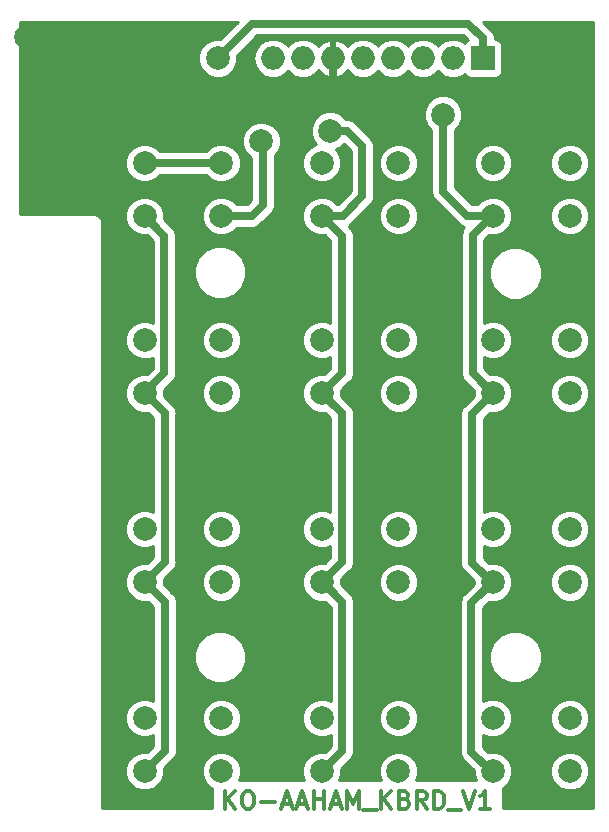
<source format=gbr>
G04 #@! TF.GenerationSoftware,KiCad,Pcbnew,5.0.2+dfsg1-1*
G04 #@! TF.CreationDate,2021-10-08T13:08:18+05:30*
G04 #@! TF.ProjectId,KEYBORD_PCB_V1,4b455942-4f52-4445-9f50-43425f56312e,rev?*
G04 #@! TF.SameCoordinates,Original*
G04 #@! TF.FileFunction,Copper,L1,Top*
G04 #@! TF.FilePolarity,Positive*
%FSLAX46Y46*%
G04 Gerber Fmt 4.6, Leading zero omitted, Abs format (unit mm)*
G04 Created by KiCad (PCBNEW 5.0.2+dfsg1-1) date Fri 08 Oct 2021 01:08:18 PM IST*
%MOMM*%
%LPD*%
G01*
G04 APERTURE LIST*
G04 #@! TA.AperFunction,NonConductor*
%ADD10C,0.300000*%
G04 #@! TD*
G04 #@! TA.AperFunction,ComponentPad*
%ADD11O,2.000000X2.000000*%
G04 #@! TD*
G04 #@! TA.AperFunction,ComponentPad*
%ADD12R,2.000000X2.000000*%
G04 #@! TD*
G04 #@! TA.AperFunction,ComponentPad*
%ADD13C,2.000000*%
G04 #@! TD*
G04 #@! TA.AperFunction,ViaPad*
%ADD14C,2.000000*%
G04 #@! TD*
G04 #@! TA.AperFunction,Conductor*
%ADD15C,0.700000*%
G04 #@! TD*
G04 #@! TA.AperFunction,Conductor*
%ADD16C,0.254000*%
G04 #@! TD*
G04 APERTURE END LIST*
D10*
X83821428Y-103678571D02*
X83821428Y-102178571D01*
X84678571Y-103678571D02*
X84035714Y-102821428D01*
X84678571Y-102178571D02*
X83821428Y-103035714D01*
X85607142Y-102178571D02*
X85892857Y-102178571D01*
X86035714Y-102250000D01*
X86178571Y-102392857D01*
X86250000Y-102678571D01*
X86250000Y-103178571D01*
X86178571Y-103464285D01*
X86035714Y-103607142D01*
X85892857Y-103678571D01*
X85607142Y-103678571D01*
X85464285Y-103607142D01*
X85321428Y-103464285D01*
X85250000Y-103178571D01*
X85250000Y-102678571D01*
X85321428Y-102392857D01*
X85464285Y-102250000D01*
X85607142Y-102178571D01*
X86892857Y-103107142D02*
X88035714Y-103107142D01*
X88678571Y-103250000D02*
X89392857Y-103250000D01*
X88535714Y-103678571D02*
X89035714Y-102178571D01*
X89535714Y-103678571D01*
X89964285Y-103250000D02*
X90678571Y-103250000D01*
X89821428Y-103678571D02*
X90321428Y-102178571D01*
X90821428Y-103678571D01*
X91321428Y-103678571D02*
X91321428Y-102178571D01*
X91321428Y-102892857D02*
X92178571Y-102892857D01*
X92178571Y-103678571D02*
X92178571Y-102178571D01*
X92821428Y-103250000D02*
X93535714Y-103250000D01*
X92678571Y-103678571D02*
X93178571Y-102178571D01*
X93678571Y-103678571D01*
X94178571Y-103678571D02*
X94178571Y-102178571D01*
X94678571Y-103250000D01*
X95178571Y-102178571D01*
X95178571Y-103678571D01*
X95535714Y-103821428D02*
X96678571Y-103821428D01*
X97035714Y-103678571D02*
X97035714Y-102178571D01*
X97892857Y-103678571D02*
X97250000Y-102821428D01*
X97892857Y-102178571D02*
X97035714Y-103035714D01*
X99035714Y-102892857D02*
X99250000Y-102964285D01*
X99321428Y-103035714D01*
X99392857Y-103178571D01*
X99392857Y-103392857D01*
X99321428Y-103535714D01*
X99250000Y-103607142D01*
X99107142Y-103678571D01*
X98535714Y-103678571D01*
X98535714Y-102178571D01*
X99035714Y-102178571D01*
X99178571Y-102250000D01*
X99250000Y-102321428D01*
X99321428Y-102464285D01*
X99321428Y-102607142D01*
X99250000Y-102750000D01*
X99178571Y-102821428D01*
X99035714Y-102892857D01*
X98535714Y-102892857D01*
X100892857Y-103678571D02*
X100392857Y-102964285D01*
X100035714Y-103678571D02*
X100035714Y-102178571D01*
X100607142Y-102178571D01*
X100750000Y-102250000D01*
X100821428Y-102321428D01*
X100892857Y-102464285D01*
X100892857Y-102678571D01*
X100821428Y-102821428D01*
X100750000Y-102892857D01*
X100607142Y-102964285D01*
X100035714Y-102964285D01*
X101535714Y-103678571D02*
X101535714Y-102178571D01*
X101892857Y-102178571D01*
X102107142Y-102250000D01*
X102250000Y-102392857D01*
X102321428Y-102535714D01*
X102392857Y-102821428D01*
X102392857Y-103035714D01*
X102321428Y-103321428D01*
X102250000Y-103464285D01*
X102107142Y-103607142D01*
X101892857Y-103678571D01*
X101535714Y-103678571D01*
X102678571Y-103821428D02*
X103821428Y-103821428D01*
X103964285Y-102178571D02*
X104464285Y-103678571D01*
X104964285Y-102178571D01*
X106250000Y-103678571D02*
X105392857Y-103678571D01*
X105821428Y-103678571D02*
X105821428Y-102178571D01*
X105678571Y-102392857D01*
X105535714Y-102535714D01*
X105392857Y-102607142D01*
D11*
G04 #@! TO.P,J1,8*
G04 #@! TO.N,+3V3*
X87870000Y-40150000D03*
G04 #@! TO.P,J1,7*
G04 #@! TO.N,Net-(J1-Pad7)*
X90410000Y-40150000D03*
G04 #@! TO.P,J1,6*
G04 #@! TO.N,GND*
X92950000Y-40150000D03*
G04 #@! TO.P,J1,5*
G04 #@! TO.N,Net-(J1-Pad5)*
X95490000Y-40150000D03*
G04 #@! TO.P,J1,4*
G04 #@! TO.N,Net-(J1-Pad4)*
X98030000Y-40150000D03*
G04 #@! TO.P,J1,3*
G04 #@! TO.N,Net-(J1-Pad3)*
X100570000Y-40150000D03*
G04 #@! TO.P,J1,2*
G04 #@! TO.N,SDA*
X103110000Y-40150000D03*
D12*
G04 #@! TO.P,J1,1*
G04 #@! TO.N,SCL*
X105650000Y-40150000D03*
G04 #@! TD*
D13*
G04 #@! TO.P,SW1,2*
G04 #@! TO.N,C1*
X77000000Y-53500000D03*
G04 #@! TO.P,SW1,1*
G04 #@! TO.N,R1*
X77000000Y-49000000D03*
G04 #@! TO.P,SW1,2*
G04 #@! TO.N,C1*
X83500000Y-53500000D03*
G04 #@! TO.P,SW1,1*
G04 #@! TO.N,R1*
X83500000Y-49000000D03*
G04 #@! TD*
G04 #@! TO.P,SW2,1*
G04 #@! TO.N,R2*
X83500000Y-64000000D03*
G04 #@! TO.P,SW2,2*
G04 #@! TO.N,C1*
X83500000Y-68500000D03*
G04 #@! TO.P,SW2,1*
G04 #@! TO.N,R2*
X77000000Y-64000000D03*
G04 #@! TO.P,SW2,2*
G04 #@! TO.N,C1*
X77000000Y-68500000D03*
G04 #@! TD*
G04 #@! TO.P,SW3,1*
G04 #@! TO.N,R3*
X83500000Y-80000000D03*
G04 #@! TO.P,SW3,2*
G04 #@! TO.N,C1*
X83500000Y-84500000D03*
G04 #@! TO.P,SW3,1*
G04 #@! TO.N,R3*
X77000000Y-80000000D03*
G04 #@! TO.P,SW3,2*
G04 #@! TO.N,C1*
X77000000Y-84500000D03*
G04 #@! TD*
G04 #@! TO.P,SW4,2*
G04 #@! TO.N,C1*
X77000000Y-100500000D03*
G04 #@! TO.P,SW4,1*
G04 #@! TO.N,R4*
X77000000Y-96000000D03*
G04 #@! TO.P,SW4,2*
G04 #@! TO.N,C1*
X83500000Y-100500000D03*
G04 #@! TO.P,SW4,1*
G04 #@! TO.N,R4*
X83500000Y-96000000D03*
G04 #@! TD*
G04 #@! TO.P,SW5,1*
G04 #@! TO.N,R1*
X98500000Y-49000000D03*
G04 #@! TO.P,SW5,2*
G04 #@! TO.N,C2*
X98500000Y-53500000D03*
G04 #@! TO.P,SW5,1*
G04 #@! TO.N,R1*
X92000000Y-49000000D03*
G04 #@! TO.P,SW5,2*
G04 #@! TO.N,C2*
X92000000Y-53500000D03*
G04 #@! TD*
G04 #@! TO.P,SW6,1*
G04 #@! TO.N,R2*
X98500000Y-64000000D03*
G04 #@! TO.P,SW6,2*
G04 #@! TO.N,C2*
X98500000Y-68500000D03*
G04 #@! TO.P,SW6,1*
G04 #@! TO.N,R2*
X92000000Y-64000000D03*
G04 #@! TO.P,SW6,2*
G04 #@! TO.N,C2*
X92000000Y-68500000D03*
G04 #@! TD*
G04 #@! TO.P,SW7,2*
G04 #@! TO.N,C2*
X92000000Y-84500000D03*
G04 #@! TO.P,SW7,1*
G04 #@! TO.N,R3*
X92000000Y-80000000D03*
G04 #@! TO.P,SW7,2*
G04 #@! TO.N,C2*
X98500000Y-84500000D03*
G04 #@! TO.P,SW7,1*
G04 #@! TO.N,R3*
X98500000Y-80000000D03*
G04 #@! TD*
G04 #@! TO.P,SW8,1*
G04 #@! TO.N,R4*
X98500000Y-96000000D03*
G04 #@! TO.P,SW8,2*
G04 #@! TO.N,C2*
X98500000Y-100500000D03*
G04 #@! TO.P,SW8,1*
G04 #@! TO.N,R4*
X92000000Y-96000000D03*
G04 #@! TO.P,SW8,2*
G04 #@! TO.N,C2*
X92000000Y-100500000D03*
G04 #@! TD*
G04 #@! TO.P,SW9,2*
G04 #@! TO.N,C3*
X106500000Y-53500000D03*
G04 #@! TO.P,SW9,1*
G04 #@! TO.N,R1*
X106500000Y-49000000D03*
G04 #@! TO.P,SW9,2*
G04 #@! TO.N,C3*
X113000000Y-53500000D03*
G04 #@! TO.P,SW9,1*
G04 #@! TO.N,R1*
X113000000Y-49000000D03*
G04 #@! TD*
G04 #@! TO.P,SW10,2*
G04 #@! TO.N,C3*
X106500000Y-68500000D03*
G04 #@! TO.P,SW10,1*
G04 #@! TO.N,R2*
X106500000Y-64000000D03*
G04 #@! TO.P,SW10,2*
G04 #@! TO.N,C3*
X113000000Y-68500000D03*
G04 #@! TO.P,SW10,1*
G04 #@! TO.N,R2*
X113000000Y-64000000D03*
G04 #@! TD*
G04 #@! TO.P,SW11,2*
G04 #@! TO.N,C3*
X106500000Y-84500000D03*
G04 #@! TO.P,SW11,1*
G04 #@! TO.N,R3*
X106500000Y-80000000D03*
G04 #@! TO.P,SW11,2*
G04 #@! TO.N,C3*
X113000000Y-84500000D03*
G04 #@! TO.P,SW11,1*
G04 #@! TO.N,R3*
X113000000Y-80000000D03*
G04 #@! TD*
G04 #@! TO.P,SW12,1*
G04 #@! TO.N,R4*
X113000000Y-96000000D03*
G04 #@! TO.P,SW12,2*
G04 #@! TO.N,C3*
X113000000Y-100500000D03*
G04 #@! TO.P,SW12,1*
G04 #@! TO.N,R4*
X106500000Y-96000000D03*
G04 #@! TO.P,SW12,2*
G04 #@! TO.N,C3*
X106500000Y-100500000D03*
G04 #@! TD*
D14*
G04 #@! TO.N,GND*
X66990010Y-38360000D03*
X81970000Y-46140000D03*
G04 #@! TO.N,C1*
X86880003Y-47140000D03*
G04 #@! TO.N,C2*
X92730000Y-46280000D03*
G04 #@! TO.N,C3*
X102280000Y-44910000D03*
G04 #@! TO.N,SCL*
X83200024Y-40140000D03*
G04 #@! TD*
D15*
G04 #@! TO.N,R1*
X83500000Y-49000000D02*
X77000000Y-49000000D01*
G04 #@! TO.N,GND*
X66990010Y-38360000D02*
X74190000Y-38360000D01*
X74190000Y-38360000D02*
X80970001Y-45140001D01*
X80970001Y-45140001D02*
X81970000Y-46140000D01*
X85454213Y-44070000D02*
X83384213Y-46140000D01*
X91110000Y-44070000D02*
X85454213Y-44070000D01*
X83384213Y-46140000D02*
X81970000Y-46140000D01*
X92950000Y-40150000D02*
X92950000Y-42230000D01*
X92950000Y-42230000D02*
X91110000Y-44070000D01*
G04 #@! TO.N,C1*
X87040000Y-52530000D02*
X86070000Y-53500000D01*
X86880003Y-47140000D02*
X87040000Y-47299997D01*
X86070000Y-53500000D02*
X83500000Y-53500000D01*
X87040000Y-47299997D02*
X87040000Y-52530000D01*
X77999999Y-67500001D02*
X77000000Y-68500000D01*
X78680000Y-66820000D02*
X77999999Y-67500001D01*
X78680000Y-55180000D02*
X78680000Y-66820000D01*
X77000000Y-53500000D02*
X78680000Y-55180000D01*
X78720000Y-82780000D02*
X77000000Y-84500000D01*
X78720000Y-70190000D02*
X78720000Y-82780000D01*
X77040000Y-68510000D02*
X78720000Y-70190000D01*
X78730000Y-86160000D02*
X78730000Y-98750000D01*
X78730000Y-98750000D02*
X77010000Y-100470000D01*
X77050000Y-84480000D02*
X78730000Y-86160000D01*
G04 #@! TO.N,C2*
X93710000Y-55180000D02*
X93710000Y-66820000D01*
X93029999Y-67500001D02*
X92030000Y-68500000D01*
X93710000Y-66820000D02*
X93029999Y-67500001D01*
X92030000Y-53500000D02*
X93710000Y-55180000D01*
X93750000Y-86180000D02*
X93750000Y-98770000D01*
X92070000Y-84500000D02*
X93750000Y-86180000D01*
X93750000Y-98770000D02*
X92030000Y-100490000D01*
X94144213Y-46280000D02*
X95450000Y-47585787D01*
X92730000Y-46280000D02*
X94144213Y-46280000D01*
X95450000Y-47585787D02*
X95450000Y-51820000D01*
X93770000Y-53500000D02*
X92000000Y-53500000D01*
X95450000Y-51820000D02*
X93770000Y-53500000D01*
X93720000Y-82800000D02*
X92000000Y-84520000D01*
X93720000Y-70210000D02*
X93720000Y-82800000D01*
X92040000Y-68530000D02*
X93720000Y-70210000D01*
G04 #@! TO.N,C3*
X104680000Y-86250000D02*
X106400000Y-84530000D01*
X106360000Y-100520000D02*
X104680000Y-98840000D01*
X104680000Y-98840000D02*
X104680000Y-86250000D01*
X104730000Y-70250000D02*
X106450000Y-68530000D01*
X104730000Y-82840000D02*
X104730000Y-70250000D01*
X106410000Y-84520000D02*
X104730000Y-82840000D01*
X106450000Y-68450000D02*
X104770000Y-66770000D01*
X105450001Y-54449999D02*
X106450000Y-53450000D01*
X104770000Y-66770000D02*
X104770000Y-55130000D01*
X104770000Y-55130000D02*
X105450001Y-54449999D01*
X104330000Y-53500000D02*
X106000000Y-53500000D01*
X102270000Y-51440000D02*
X104330000Y-53500000D01*
X102270000Y-46334213D02*
X102270000Y-51440000D01*
X102280000Y-44910000D02*
X102280000Y-46324213D01*
X102280000Y-46324213D02*
X102270000Y-46334213D01*
G04 #@! TO.N,SCL*
X105650000Y-40150000D02*
X105650000Y-38450000D01*
X86130024Y-37210000D02*
X84200023Y-39140001D01*
X105650000Y-38450000D02*
X104410000Y-37210000D01*
X104410000Y-37210000D02*
X86130024Y-37210000D01*
X84200023Y-39140001D02*
X83200024Y-40140000D01*
G04 #@! TD*
D16*
G04 #@! TO.N,GND*
G36*
X83572120Y-38374904D02*
X83442024Y-38505000D01*
X82874802Y-38505000D01*
X82273871Y-38753914D01*
X81813938Y-39213847D01*
X81565024Y-39814778D01*
X81565024Y-40465222D01*
X81813938Y-41066153D01*
X82273871Y-41526086D01*
X82874802Y-41775000D01*
X83525246Y-41775000D01*
X84126177Y-41526086D01*
X84586110Y-41066153D01*
X84835024Y-40465222D01*
X84835024Y-40150000D01*
X86202969Y-40150000D01*
X86329864Y-40787945D01*
X86691231Y-41328769D01*
X87232055Y-41690136D01*
X87708969Y-41785000D01*
X88031031Y-41785000D01*
X88507945Y-41690136D01*
X89048769Y-41328769D01*
X89140000Y-41192232D01*
X89231231Y-41328769D01*
X89772055Y-41690136D01*
X90248969Y-41785000D01*
X90571031Y-41785000D01*
X91047945Y-41690136D01*
X91588769Y-41328769D01*
X91693499Y-41172029D01*
X92094615Y-41543402D01*
X92569566Y-41740124D01*
X92823000Y-41620777D01*
X92823000Y-40277000D01*
X92803000Y-40277000D01*
X92803000Y-40023000D01*
X92823000Y-40023000D01*
X92823000Y-38679223D01*
X92569566Y-38559876D01*
X92094615Y-38756598D01*
X91693499Y-39127971D01*
X91588769Y-38971231D01*
X91047945Y-38609864D01*
X90571031Y-38515000D01*
X90248969Y-38515000D01*
X89772055Y-38609864D01*
X89231231Y-38971231D01*
X89140000Y-39107768D01*
X89048769Y-38971231D01*
X88507945Y-38609864D01*
X88031031Y-38515000D01*
X87708969Y-38515000D01*
X87232055Y-38609864D01*
X86691231Y-38971231D01*
X86329864Y-39512055D01*
X86202969Y-40150000D01*
X84835024Y-40150000D01*
X84835024Y-39898000D01*
X84965120Y-39767904D01*
X86538025Y-38195000D01*
X104002000Y-38195000D01*
X104376223Y-38569224D01*
X104192191Y-38692191D01*
X104093100Y-38840489D01*
X103747945Y-38609864D01*
X103271031Y-38515000D01*
X102948969Y-38515000D01*
X102472055Y-38609864D01*
X101931231Y-38971231D01*
X101840000Y-39107768D01*
X101748769Y-38971231D01*
X101207945Y-38609864D01*
X100731031Y-38515000D01*
X100408969Y-38515000D01*
X99932055Y-38609864D01*
X99391231Y-38971231D01*
X99300000Y-39107768D01*
X99208769Y-38971231D01*
X98667945Y-38609864D01*
X98191031Y-38515000D01*
X97868969Y-38515000D01*
X97392055Y-38609864D01*
X96851231Y-38971231D01*
X96760000Y-39107768D01*
X96668769Y-38971231D01*
X96127945Y-38609864D01*
X95651031Y-38515000D01*
X95328969Y-38515000D01*
X94852055Y-38609864D01*
X94311231Y-38971231D01*
X94206501Y-39127971D01*
X93805385Y-38756598D01*
X93330434Y-38559876D01*
X93077000Y-38679223D01*
X93077000Y-40023000D01*
X93097000Y-40023000D01*
X93097000Y-40277000D01*
X93077000Y-40277000D01*
X93077000Y-41620777D01*
X93330434Y-41740124D01*
X93805385Y-41543402D01*
X94206501Y-41172029D01*
X94311231Y-41328769D01*
X94852055Y-41690136D01*
X95328969Y-41785000D01*
X95651031Y-41785000D01*
X96127945Y-41690136D01*
X96668769Y-41328769D01*
X96760000Y-41192232D01*
X96851231Y-41328769D01*
X97392055Y-41690136D01*
X97868969Y-41785000D01*
X98191031Y-41785000D01*
X98667945Y-41690136D01*
X99208769Y-41328769D01*
X99300000Y-41192232D01*
X99391231Y-41328769D01*
X99932055Y-41690136D01*
X100408969Y-41785000D01*
X100731031Y-41785000D01*
X101207945Y-41690136D01*
X101748769Y-41328769D01*
X101840000Y-41192232D01*
X101931231Y-41328769D01*
X102472055Y-41690136D01*
X102948969Y-41785000D01*
X103271031Y-41785000D01*
X103747945Y-41690136D01*
X104093100Y-41459511D01*
X104192191Y-41607809D01*
X104402235Y-41748157D01*
X104650000Y-41797440D01*
X106650000Y-41797440D01*
X106897765Y-41748157D01*
X107107809Y-41607809D01*
X107248157Y-41397765D01*
X107297440Y-41150000D01*
X107297440Y-39150000D01*
X107248157Y-38902235D01*
X107107809Y-38692191D01*
X106897765Y-38551843D01*
X106650000Y-38502560D01*
X106643841Y-38502560D01*
X106654296Y-38450000D01*
X106635000Y-38352992D01*
X106635000Y-38352988D01*
X106577849Y-38065672D01*
X106425659Y-37837903D01*
X106415098Y-37822097D01*
X106415096Y-37822095D01*
X106360145Y-37739855D01*
X106277905Y-37684904D01*
X105668000Y-37075000D01*
X114955000Y-37075000D01*
X114955001Y-103605000D01*
X107320715Y-103605000D01*
X107320715Y-101929760D01*
X107426153Y-101886086D01*
X107886086Y-101426153D01*
X108135000Y-100825222D01*
X108135000Y-100174778D01*
X111365000Y-100174778D01*
X111365000Y-100825222D01*
X111613914Y-101426153D01*
X112073847Y-101886086D01*
X112674778Y-102135000D01*
X113325222Y-102135000D01*
X113926153Y-101886086D01*
X114386086Y-101426153D01*
X114635000Y-100825222D01*
X114635000Y-100174778D01*
X114386086Y-99573847D01*
X113926153Y-99113914D01*
X113325222Y-98865000D01*
X112674778Y-98865000D01*
X112073847Y-99113914D01*
X111613914Y-99573847D01*
X111365000Y-100174778D01*
X108135000Y-100174778D01*
X107886086Y-99573847D01*
X107426153Y-99113914D01*
X106825222Y-98865000D01*
X106174778Y-98865000D01*
X106120488Y-98887488D01*
X105665000Y-98432000D01*
X105665000Y-97423843D01*
X106174778Y-97635000D01*
X106825222Y-97635000D01*
X107426153Y-97386086D01*
X107886086Y-96926153D01*
X108135000Y-96325222D01*
X108135000Y-95674778D01*
X111365000Y-95674778D01*
X111365000Y-96325222D01*
X111613914Y-96926153D01*
X112073847Y-97386086D01*
X112674778Y-97635000D01*
X113325222Y-97635000D01*
X113926153Y-97386086D01*
X114386086Y-96926153D01*
X114635000Y-96325222D01*
X114635000Y-95674778D01*
X114386086Y-95073847D01*
X113926153Y-94613914D01*
X113325222Y-94365000D01*
X112674778Y-94365000D01*
X112073847Y-94613914D01*
X111613914Y-95073847D01*
X111365000Y-95674778D01*
X108135000Y-95674778D01*
X107886086Y-95073847D01*
X107426153Y-94613914D01*
X106825222Y-94365000D01*
X106174778Y-94365000D01*
X105665000Y-94576157D01*
X105665000Y-90395431D01*
X106145000Y-90395431D01*
X106145000Y-91284569D01*
X106485259Y-92106026D01*
X107113974Y-92734741D01*
X107935431Y-93075000D01*
X108824569Y-93075000D01*
X109646026Y-92734741D01*
X110274741Y-92106026D01*
X110615000Y-91284569D01*
X110615000Y-90395431D01*
X110274741Y-89573974D01*
X109646026Y-88945259D01*
X108824569Y-88605000D01*
X107935431Y-88605000D01*
X107113974Y-88945259D01*
X106485259Y-89573974D01*
X106145000Y-90395431D01*
X105665000Y-90395431D01*
X105665000Y-86658000D01*
X106188000Y-86135000D01*
X106825222Y-86135000D01*
X107426153Y-85886086D01*
X107886086Y-85426153D01*
X108135000Y-84825222D01*
X108135000Y-84174778D01*
X111365000Y-84174778D01*
X111365000Y-84825222D01*
X111613914Y-85426153D01*
X112073847Y-85886086D01*
X112674778Y-86135000D01*
X113325222Y-86135000D01*
X113926153Y-85886086D01*
X114386086Y-85426153D01*
X114635000Y-84825222D01*
X114635000Y-84174778D01*
X114386086Y-83573847D01*
X113926153Y-83113914D01*
X113325222Y-82865000D01*
X112674778Y-82865000D01*
X112073847Y-83113914D01*
X111613914Y-83573847D01*
X111365000Y-84174778D01*
X108135000Y-84174778D01*
X107886086Y-83573847D01*
X107426153Y-83113914D01*
X106825222Y-82865000D01*
X106174778Y-82865000D01*
X106155843Y-82872843D01*
X105715000Y-82432000D01*
X105715000Y-81444554D01*
X106174778Y-81635000D01*
X106825222Y-81635000D01*
X107426153Y-81386086D01*
X107886086Y-80926153D01*
X108135000Y-80325222D01*
X108135000Y-79674778D01*
X111365000Y-79674778D01*
X111365000Y-80325222D01*
X111613914Y-80926153D01*
X112073847Y-81386086D01*
X112674778Y-81635000D01*
X113325222Y-81635000D01*
X113926153Y-81386086D01*
X114386086Y-80926153D01*
X114635000Y-80325222D01*
X114635000Y-79674778D01*
X114386086Y-79073847D01*
X113926153Y-78613914D01*
X113325222Y-78365000D01*
X112674778Y-78365000D01*
X112073847Y-78613914D01*
X111613914Y-79073847D01*
X111365000Y-79674778D01*
X108135000Y-79674778D01*
X107886086Y-79073847D01*
X107426153Y-78613914D01*
X106825222Y-78365000D01*
X106174778Y-78365000D01*
X105715000Y-78555446D01*
X105715000Y-70658000D01*
X106238000Y-70135000D01*
X106825222Y-70135000D01*
X107426153Y-69886086D01*
X107886086Y-69426153D01*
X108135000Y-68825222D01*
X108135000Y-68174778D01*
X111365000Y-68174778D01*
X111365000Y-68825222D01*
X111613914Y-69426153D01*
X112073847Y-69886086D01*
X112674778Y-70135000D01*
X113325222Y-70135000D01*
X113926153Y-69886086D01*
X114386086Y-69426153D01*
X114635000Y-68825222D01*
X114635000Y-68174778D01*
X114386086Y-67573847D01*
X113926153Y-67113914D01*
X113325222Y-66865000D01*
X112674778Y-66865000D01*
X112073847Y-67113914D01*
X111613914Y-67573847D01*
X111365000Y-68174778D01*
X108135000Y-68174778D01*
X107886086Y-67573847D01*
X107426153Y-67113914D01*
X106825222Y-66865000D01*
X106258000Y-66865000D01*
X105755000Y-66362000D01*
X105755000Y-65461122D01*
X106174778Y-65635000D01*
X106825222Y-65635000D01*
X107426153Y-65386086D01*
X107886086Y-64926153D01*
X108135000Y-64325222D01*
X108135000Y-63674778D01*
X111365000Y-63674778D01*
X111365000Y-64325222D01*
X111613914Y-64926153D01*
X112073847Y-65386086D01*
X112674778Y-65635000D01*
X113325222Y-65635000D01*
X113926153Y-65386086D01*
X114386086Y-64926153D01*
X114635000Y-64325222D01*
X114635000Y-63674778D01*
X114386086Y-63073847D01*
X113926153Y-62613914D01*
X113325222Y-62365000D01*
X112674778Y-62365000D01*
X112073847Y-62613914D01*
X111613914Y-63073847D01*
X111365000Y-63674778D01*
X108135000Y-63674778D01*
X107886086Y-63073847D01*
X107426153Y-62613914D01*
X106825222Y-62365000D01*
X106174778Y-62365000D01*
X105755000Y-62538878D01*
X105755000Y-57885431D01*
X106145000Y-57885431D01*
X106145000Y-58774569D01*
X106485259Y-59596026D01*
X107113974Y-60224741D01*
X107935431Y-60565000D01*
X108824569Y-60565000D01*
X109646026Y-60224741D01*
X110274741Y-59596026D01*
X110615000Y-58774569D01*
X110615000Y-57885431D01*
X110274741Y-57063974D01*
X109646026Y-56435259D01*
X108824569Y-56095000D01*
X107935431Y-56095000D01*
X107113974Y-56435259D01*
X106485259Y-57063974D01*
X106145000Y-57885431D01*
X105755000Y-57885431D01*
X105755000Y-55538000D01*
X106162915Y-55130086D01*
X106174778Y-55135000D01*
X106825222Y-55135000D01*
X107426153Y-54886086D01*
X107886086Y-54426153D01*
X108135000Y-53825222D01*
X108135000Y-53174778D01*
X111365000Y-53174778D01*
X111365000Y-53825222D01*
X111613914Y-54426153D01*
X112073847Y-54886086D01*
X112674778Y-55135000D01*
X113325222Y-55135000D01*
X113926153Y-54886086D01*
X114386086Y-54426153D01*
X114635000Y-53825222D01*
X114635000Y-53174778D01*
X114386086Y-52573847D01*
X113926153Y-52113914D01*
X113325222Y-51865000D01*
X112674778Y-51865000D01*
X112073847Y-52113914D01*
X111613914Y-52573847D01*
X111365000Y-53174778D01*
X108135000Y-53174778D01*
X107886086Y-52573847D01*
X107426153Y-52113914D01*
X106825222Y-51865000D01*
X106174778Y-51865000D01*
X105573847Y-52113914D01*
X105172761Y-52515000D01*
X104738001Y-52515000D01*
X103255000Y-51032000D01*
X103255000Y-48674778D01*
X104865000Y-48674778D01*
X104865000Y-49325222D01*
X105113914Y-49926153D01*
X105573847Y-50386086D01*
X106174778Y-50635000D01*
X106825222Y-50635000D01*
X107426153Y-50386086D01*
X107886086Y-49926153D01*
X108135000Y-49325222D01*
X108135000Y-48674778D01*
X111365000Y-48674778D01*
X111365000Y-49325222D01*
X111613914Y-49926153D01*
X112073847Y-50386086D01*
X112674778Y-50635000D01*
X113325222Y-50635000D01*
X113926153Y-50386086D01*
X114386086Y-49926153D01*
X114635000Y-49325222D01*
X114635000Y-48674778D01*
X114386086Y-48073847D01*
X113926153Y-47613914D01*
X113325222Y-47365000D01*
X112674778Y-47365000D01*
X112073847Y-47613914D01*
X111613914Y-48073847D01*
X111365000Y-48674778D01*
X108135000Y-48674778D01*
X107886086Y-48073847D01*
X107426153Y-47613914D01*
X106825222Y-47365000D01*
X106174778Y-47365000D01*
X105573847Y-47613914D01*
X105113914Y-48073847D01*
X104865000Y-48674778D01*
X103255000Y-48674778D01*
X103255000Y-46471498D01*
X103265000Y-46421225D01*
X103265000Y-46421222D01*
X103284296Y-46324214D01*
X103266665Y-46235574D01*
X103666086Y-45836153D01*
X103915000Y-45235222D01*
X103915000Y-44584778D01*
X103666086Y-43983847D01*
X103206153Y-43523914D01*
X102605222Y-43275000D01*
X101954778Y-43275000D01*
X101353847Y-43523914D01*
X100893914Y-43983847D01*
X100645000Y-44584778D01*
X100645000Y-45235222D01*
X100893914Y-45836153D01*
X101286653Y-46228892D01*
X101285000Y-46237202D01*
X101285000Y-46237205D01*
X101265704Y-46334213D01*
X101285000Y-46431221D01*
X101285001Y-51342987D01*
X101265704Y-51440000D01*
X101342151Y-51824327D01*
X101504902Y-52067902D01*
X101504905Y-52067905D01*
X101559856Y-52150145D01*
X101642096Y-52205096D01*
X103564904Y-54127905D01*
X103619855Y-54210145D01*
X103702095Y-54265096D01*
X103702097Y-54265098D01*
X103839314Y-54356783D01*
X103945672Y-54427849D01*
X104041745Y-54446959D01*
X104004905Y-54502095D01*
X104004902Y-54502098D01*
X103842151Y-54745673D01*
X103765704Y-55130000D01*
X103785001Y-55227013D01*
X103785000Y-66672992D01*
X103765704Y-66770000D01*
X103785000Y-66867008D01*
X103785000Y-66867011D01*
X103794946Y-66917012D01*
X103842151Y-67154327D01*
X103875561Y-67204328D01*
X104059855Y-67480145D01*
X104142098Y-67535098D01*
X104865000Y-68258000D01*
X104865000Y-68722000D01*
X104102096Y-69484904D01*
X104019856Y-69539855D01*
X103964905Y-69622095D01*
X103964902Y-69622098D01*
X103802151Y-69865673D01*
X103725704Y-70250000D01*
X103745001Y-70347013D01*
X103745000Y-82742992D01*
X103725704Y-82840000D01*
X103745000Y-82937008D01*
X103745000Y-82937011D01*
X103802151Y-83224327D01*
X104019855Y-83550145D01*
X104102098Y-83605098D01*
X104865000Y-84368000D01*
X104865000Y-84672000D01*
X104052096Y-85484904D01*
X103969856Y-85539855D01*
X103914905Y-85622095D01*
X103914902Y-85622098D01*
X103752151Y-85865673D01*
X103675704Y-86250000D01*
X103695001Y-86347013D01*
X103695000Y-98742992D01*
X103675704Y-98840000D01*
X103695000Y-98937008D01*
X103695000Y-98937011D01*
X103752151Y-99224327D01*
X103969855Y-99550145D01*
X104052098Y-99605098D01*
X104865000Y-100418001D01*
X104865000Y-100825222D01*
X105024380Y-101210000D01*
X99975620Y-101210000D01*
X100135000Y-100825222D01*
X100135000Y-100174778D01*
X99886086Y-99573847D01*
X99426153Y-99113914D01*
X98825222Y-98865000D01*
X98174778Y-98865000D01*
X97573847Y-99113914D01*
X97113914Y-99573847D01*
X96865000Y-100174778D01*
X96865000Y-100825222D01*
X97024380Y-101210000D01*
X93475620Y-101210000D01*
X93635000Y-100825222D01*
X93635000Y-100278000D01*
X94377902Y-99535098D01*
X94460145Y-99480145D01*
X94677849Y-99154328D01*
X94735000Y-98867012D01*
X94735000Y-98867009D01*
X94754296Y-98770001D01*
X94735000Y-98672993D01*
X94735000Y-95674778D01*
X96865000Y-95674778D01*
X96865000Y-96325222D01*
X97113914Y-96926153D01*
X97573847Y-97386086D01*
X98174778Y-97635000D01*
X98825222Y-97635000D01*
X99426153Y-97386086D01*
X99886086Y-96926153D01*
X100135000Y-96325222D01*
X100135000Y-95674778D01*
X99886086Y-95073847D01*
X99426153Y-94613914D01*
X98825222Y-94365000D01*
X98174778Y-94365000D01*
X97573847Y-94613914D01*
X97113914Y-95073847D01*
X96865000Y-95674778D01*
X94735000Y-95674778D01*
X94735000Y-86277008D01*
X94754296Y-86180000D01*
X94735000Y-86082992D01*
X94735000Y-86082988D01*
X94677849Y-85795672D01*
X94561871Y-85622098D01*
X94515098Y-85552097D01*
X94515096Y-85552095D01*
X94460145Y-85469855D01*
X94377905Y-85414904D01*
X93635000Y-84671999D01*
X93635000Y-84278000D01*
X93738222Y-84174778D01*
X96865000Y-84174778D01*
X96865000Y-84825222D01*
X97113914Y-85426153D01*
X97573847Y-85886086D01*
X98174778Y-86135000D01*
X98825222Y-86135000D01*
X99426153Y-85886086D01*
X99886086Y-85426153D01*
X100135000Y-84825222D01*
X100135000Y-84174778D01*
X99886086Y-83573847D01*
X99426153Y-83113914D01*
X98825222Y-82865000D01*
X98174778Y-82865000D01*
X97573847Y-83113914D01*
X97113914Y-83573847D01*
X96865000Y-84174778D01*
X93738222Y-84174778D01*
X94347902Y-83565098D01*
X94430145Y-83510145D01*
X94647849Y-83184328D01*
X94705000Y-82897012D01*
X94705000Y-82897009D01*
X94724296Y-82800001D01*
X94705000Y-82702993D01*
X94705000Y-79674778D01*
X96865000Y-79674778D01*
X96865000Y-80325222D01*
X97113914Y-80926153D01*
X97573847Y-81386086D01*
X98174778Y-81635000D01*
X98825222Y-81635000D01*
X99426153Y-81386086D01*
X99886086Y-80926153D01*
X100135000Y-80325222D01*
X100135000Y-79674778D01*
X99886086Y-79073847D01*
X99426153Y-78613914D01*
X98825222Y-78365000D01*
X98174778Y-78365000D01*
X97573847Y-78613914D01*
X97113914Y-79073847D01*
X96865000Y-79674778D01*
X94705000Y-79674778D01*
X94705000Y-70307008D01*
X94724296Y-70210000D01*
X94705000Y-70112992D01*
X94705000Y-70112988D01*
X94647849Y-69825672D01*
X94634485Y-69805672D01*
X94485098Y-69582097D01*
X94485096Y-69582095D01*
X94430145Y-69499855D01*
X94347905Y-69444904D01*
X93635000Y-68731999D01*
X93635000Y-68288000D01*
X93748222Y-68174778D01*
X96865000Y-68174778D01*
X96865000Y-68825222D01*
X97113914Y-69426153D01*
X97573847Y-69886086D01*
X98174778Y-70135000D01*
X98825222Y-70135000D01*
X99426153Y-69886086D01*
X99886086Y-69426153D01*
X100135000Y-68825222D01*
X100135000Y-68174778D01*
X99886086Y-67573847D01*
X99426153Y-67113914D01*
X98825222Y-66865000D01*
X98174778Y-66865000D01*
X97573847Y-67113914D01*
X97113914Y-67573847D01*
X96865000Y-68174778D01*
X93748222Y-68174778D01*
X94337904Y-67585096D01*
X94420145Y-67530145D01*
X94475096Y-67447905D01*
X94475098Y-67447903D01*
X94637849Y-67204328D01*
X94655483Y-67115674D01*
X94695000Y-66917012D01*
X94695000Y-66917008D01*
X94714296Y-66820000D01*
X94695000Y-66722992D01*
X94695000Y-63674778D01*
X96865000Y-63674778D01*
X96865000Y-64325222D01*
X97113914Y-64926153D01*
X97573847Y-65386086D01*
X98174778Y-65635000D01*
X98825222Y-65635000D01*
X99426153Y-65386086D01*
X99886086Y-64926153D01*
X100135000Y-64325222D01*
X100135000Y-63674778D01*
X99886086Y-63073847D01*
X99426153Y-62613914D01*
X98825222Y-62365000D01*
X98174778Y-62365000D01*
X97573847Y-62613914D01*
X97113914Y-63073847D01*
X96865000Y-63674778D01*
X94695000Y-63674778D01*
X94695000Y-55277008D01*
X94714296Y-55180000D01*
X94695000Y-55082992D01*
X94695000Y-55082988D01*
X94637849Y-54795672D01*
X94507042Y-54599905D01*
X94475098Y-54552097D01*
X94475096Y-54552095D01*
X94420145Y-54469855D01*
X94337905Y-54414904D01*
X94272134Y-54349133D01*
X94480145Y-54210145D01*
X94535098Y-54127902D01*
X95488222Y-53174778D01*
X96865000Y-53174778D01*
X96865000Y-53825222D01*
X97113914Y-54426153D01*
X97573847Y-54886086D01*
X98174778Y-55135000D01*
X98825222Y-55135000D01*
X99426153Y-54886086D01*
X99886086Y-54426153D01*
X100135000Y-53825222D01*
X100135000Y-53174778D01*
X99886086Y-52573847D01*
X99426153Y-52113914D01*
X98825222Y-51865000D01*
X98174778Y-51865000D01*
X97573847Y-52113914D01*
X97113914Y-52573847D01*
X96865000Y-53174778D01*
X95488222Y-53174778D01*
X96077905Y-52585096D01*
X96160145Y-52530145D01*
X96215096Y-52447905D01*
X96215098Y-52447903D01*
X96377849Y-52204328D01*
X96389516Y-52145673D01*
X96435000Y-51917012D01*
X96435000Y-51917008D01*
X96454296Y-51820000D01*
X96435000Y-51722992D01*
X96435000Y-48674778D01*
X96865000Y-48674778D01*
X96865000Y-49325222D01*
X97113914Y-49926153D01*
X97573847Y-50386086D01*
X98174778Y-50635000D01*
X98825222Y-50635000D01*
X99426153Y-50386086D01*
X99886086Y-49926153D01*
X100135000Y-49325222D01*
X100135000Y-48674778D01*
X99886086Y-48073847D01*
X99426153Y-47613914D01*
X98825222Y-47365000D01*
X98174778Y-47365000D01*
X97573847Y-47613914D01*
X97113914Y-48073847D01*
X96865000Y-48674778D01*
X96435000Y-48674778D01*
X96435000Y-47682795D01*
X96454296Y-47585787D01*
X96435000Y-47488779D01*
X96435000Y-47488775D01*
X96377849Y-47201459D01*
X96215098Y-46957884D01*
X96215096Y-46957882D01*
X96160145Y-46875642D01*
X96077905Y-46820691D01*
X94909311Y-45652098D01*
X94854358Y-45569855D01*
X94528541Y-45352151D01*
X94241225Y-45295000D01*
X94241221Y-45295000D01*
X94144213Y-45275704D01*
X94055574Y-45293335D01*
X93656153Y-44893914D01*
X93055222Y-44645000D01*
X92404778Y-44645000D01*
X91803847Y-44893914D01*
X91343914Y-45353847D01*
X91095000Y-45954778D01*
X91095000Y-46605222D01*
X91343914Y-47206153D01*
X91553144Y-47415383D01*
X91073847Y-47613914D01*
X90613914Y-48073847D01*
X90365000Y-48674778D01*
X90365000Y-49325222D01*
X90613914Y-49926153D01*
X91073847Y-50386086D01*
X91674778Y-50635000D01*
X92325222Y-50635000D01*
X92926153Y-50386086D01*
X93386086Y-49926153D01*
X93635000Y-49325222D01*
X93635000Y-48674778D01*
X93386086Y-48073847D01*
X93176856Y-47864617D01*
X93656153Y-47666086D01*
X93896726Y-47425513D01*
X94465000Y-47993788D01*
X94465001Y-51411998D01*
X93362000Y-52515000D01*
X93327239Y-52515000D01*
X92926153Y-52113914D01*
X92325222Y-51865000D01*
X91674778Y-51865000D01*
X91073847Y-52113914D01*
X90613914Y-52573847D01*
X90365000Y-53174778D01*
X90365000Y-53825222D01*
X90613914Y-54426153D01*
X91073847Y-54886086D01*
X91674778Y-55135000D01*
X92271999Y-55135000D01*
X92725000Y-55588001D01*
X92725001Y-62530594D01*
X92325222Y-62365000D01*
X91674778Y-62365000D01*
X91073847Y-62613914D01*
X90613914Y-63073847D01*
X90365000Y-63674778D01*
X90365000Y-64325222D01*
X90613914Y-64926153D01*
X91073847Y-65386086D01*
X91674778Y-65635000D01*
X92325222Y-65635000D01*
X92725001Y-65469406D01*
X92725001Y-66411998D01*
X92402095Y-66734904D01*
X92402096Y-66734904D01*
X92272000Y-66865000D01*
X91674778Y-66865000D01*
X91073847Y-67113914D01*
X90613914Y-67573847D01*
X90365000Y-68174778D01*
X90365000Y-68825222D01*
X90613914Y-69426153D01*
X91073847Y-69886086D01*
X91674778Y-70135000D01*
X92251999Y-70135000D01*
X92735000Y-70618001D01*
X92735001Y-78534736D01*
X92325222Y-78365000D01*
X91674778Y-78365000D01*
X91073847Y-78613914D01*
X90613914Y-79073847D01*
X90365000Y-79674778D01*
X90365000Y-80325222D01*
X90613914Y-80926153D01*
X91073847Y-81386086D01*
X91674778Y-81635000D01*
X92325222Y-81635000D01*
X92735001Y-81465264D01*
X92735001Y-82391999D01*
X92262000Y-82865000D01*
X91674778Y-82865000D01*
X91073847Y-83113914D01*
X90613914Y-83573847D01*
X90365000Y-84174778D01*
X90365000Y-84825222D01*
X90613914Y-85426153D01*
X91073847Y-85886086D01*
X91674778Y-86135000D01*
X92311999Y-86135000D01*
X92765000Y-86588001D01*
X92765001Y-94547162D01*
X92325222Y-94365000D01*
X91674778Y-94365000D01*
X91073847Y-94613914D01*
X90613914Y-95073847D01*
X90365000Y-95674778D01*
X90365000Y-96325222D01*
X90613914Y-96926153D01*
X91073847Y-97386086D01*
X91674778Y-97635000D01*
X92325222Y-97635000D01*
X92765001Y-97452837D01*
X92765001Y-98361999D01*
X92262000Y-98865000D01*
X91674778Y-98865000D01*
X91073847Y-99113914D01*
X90613914Y-99573847D01*
X90365000Y-100174778D01*
X90365000Y-100825222D01*
X90524380Y-101210000D01*
X84975620Y-101210000D01*
X85135000Y-100825222D01*
X85135000Y-100174778D01*
X84886086Y-99573847D01*
X84426153Y-99113914D01*
X83825222Y-98865000D01*
X83174778Y-98865000D01*
X82573847Y-99113914D01*
X82113914Y-99573847D01*
X81865000Y-100174778D01*
X81865000Y-100825222D01*
X82113914Y-101426153D01*
X82573847Y-101886086D01*
X82679286Y-101929760D01*
X82679286Y-103605000D01*
X73425000Y-103605000D01*
X73425000Y-54142387D01*
X73439399Y-54070000D01*
X73382354Y-53783217D01*
X73219905Y-53540095D01*
X72976783Y-53377646D01*
X72762388Y-53335000D01*
X72690000Y-53320601D01*
X72617612Y-53335000D01*
X66425000Y-53335000D01*
X66425000Y-53174778D01*
X75365000Y-53174778D01*
X75365000Y-53825222D01*
X75613914Y-54426153D01*
X76073847Y-54886086D01*
X76674778Y-55135000D01*
X77241999Y-55135000D01*
X77695000Y-55588001D01*
X77695001Y-62518167D01*
X77325222Y-62365000D01*
X76674778Y-62365000D01*
X76073847Y-62613914D01*
X75613914Y-63073847D01*
X75365000Y-63674778D01*
X75365000Y-64325222D01*
X75613914Y-64926153D01*
X76073847Y-65386086D01*
X76674778Y-65635000D01*
X77325222Y-65635000D01*
X77695001Y-65481832D01*
X77695001Y-66411998D01*
X77372095Y-66734904D01*
X77372096Y-66734904D01*
X77242000Y-66865000D01*
X76674778Y-66865000D01*
X76073847Y-67113914D01*
X75613914Y-67573847D01*
X75365000Y-68174778D01*
X75365000Y-68825222D01*
X75613914Y-69426153D01*
X76073847Y-69886086D01*
X76674778Y-70135000D01*
X77271999Y-70135000D01*
X77735000Y-70598001D01*
X77735001Y-78534736D01*
X77325222Y-78365000D01*
X76674778Y-78365000D01*
X76073847Y-78613914D01*
X75613914Y-79073847D01*
X75365000Y-79674778D01*
X75365000Y-80325222D01*
X75613914Y-80926153D01*
X76073847Y-81386086D01*
X76674778Y-81635000D01*
X77325222Y-81635000D01*
X77735001Y-81465264D01*
X77735001Y-82371999D01*
X77242000Y-82865000D01*
X76674778Y-82865000D01*
X76073847Y-83113914D01*
X75613914Y-83573847D01*
X75365000Y-84174778D01*
X75365000Y-84825222D01*
X75613914Y-85426153D01*
X76073847Y-85886086D01*
X76674778Y-86135000D01*
X77311999Y-86135000D01*
X77745000Y-86568001D01*
X77745001Y-94538878D01*
X77325222Y-94365000D01*
X76674778Y-94365000D01*
X76073847Y-94613914D01*
X75613914Y-95073847D01*
X75365000Y-95674778D01*
X75365000Y-96325222D01*
X75613914Y-96926153D01*
X76073847Y-97386086D01*
X76674778Y-97635000D01*
X77325222Y-97635000D01*
X77745001Y-97461122D01*
X77745001Y-98341999D01*
X77222000Y-98865000D01*
X76674778Y-98865000D01*
X76073847Y-99113914D01*
X75613914Y-99573847D01*
X75365000Y-100174778D01*
X75365000Y-100825222D01*
X75613914Y-101426153D01*
X76073847Y-101886086D01*
X76674778Y-102135000D01*
X77325222Y-102135000D01*
X77926153Y-101886086D01*
X78386086Y-101426153D01*
X78635000Y-100825222D01*
X78635000Y-100238000D01*
X79357902Y-99515098D01*
X79440145Y-99460145D01*
X79657849Y-99134328D01*
X79715000Y-98847012D01*
X79715000Y-98847009D01*
X79734296Y-98750001D01*
X79715000Y-98652993D01*
X79715000Y-95674778D01*
X81865000Y-95674778D01*
X81865000Y-96325222D01*
X82113914Y-96926153D01*
X82573847Y-97386086D01*
X83174778Y-97635000D01*
X83825222Y-97635000D01*
X84426153Y-97386086D01*
X84886086Y-96926153D01*
X85135000Y-96325222D01*
X85135000Y-95674778D01*
X84886086Y-95073847D01*
X84426153Y-94613914D01*
X83825222Y-94365000D01*
X83174778Y-94365000D01*
X82573847Y-94613914D01*
X82113914Y-95073847D01*
X81865000Y-95674778D01*
X79715000Y-95674778D01*
X79715000Y-90395431D01*
X81155000Y-90395431D01*
X81155000Y-91284569D01*
X81495259Y-92106026D01*
X82123974Y-92734741D01*
X82945431Y-93075000D01*
X83834569Y-93075000D01*
X84656026Y-92734741D01*
X85284741Y-92106026D01*
X85625000Y-91284569D01*
X85625000Y-90395431D01*
X85284741Y-89573974D01*
X84656026Y-88945259D01*
X83834569Y-88605000D01*
X82945431Y-88605000D01*
X82123974Y-88945259D01*
X81495259Y-89573974D01*
X81155000Y-90395431D01*
X79715000Y-90395431D01*
X79715000Y-86257008D01*
X79734296Y-86160000D01*
X79715000Y-86062992D01*
X79715000Y-86062988D01*
X79657849Y-85775672D01*
X79495098Y-85532097D01*
X79495096Y-85532095D01*
X79440145Y-85449855D01*
X79357905Y-85394904D01*
X78635000Y-84671999D01*
X78635000Y-84258000D01*
X78718222Y-84174778D01*
X81865000Y-84174778D01*
X81865000Y-84825222D01*
X82113914Y-85426153D01*
X82573847Y-85886086D01*
X83174778Y-86135000D01*
X83825222Y-86135000D01*
X84426153Y-85886086D01*
X84886086Y-85426153D01*
X85135000Y-84825222D01*
X85135000Y-84174778D01*
X84886086Y-83573847D01*
X84426153Y-83113914D01*
X83825222Y-82865000D01*
X83174778Y-82865000D01*
X82573847Y-83113914D01*
X82113914Y-83573847D01*
X81865000Y-84174778D01*
X78718222Y-84174778D01*
X79347902Y-83545098D01*
X79430145Y-83490145D01*
X79647849Y-83164328D01*
X79705000Y-82877012D01*
X79705000Y-82877009D01*
X79724296Y-82780001D01*
X79705000Y-82682993D01*
X79705000Y-79674778D01*
X81865000Y-79674778D01*
X81865000Y-80325222D01*
X82113914Y-80926153D01*
X82573847Y-81386086D01*
X83174778Y-81635000D01*
X83825222Y-81635000D01*
X84426153Y-81386086D01*
X84886086Y-80926153D01*
X85135000Y-80325222D01*
X85135000Y-79674778D01*
X84886086Y-79073847D01*
X84426153Y-78613914D01*
X83825222Y-78365000D01*
X83174778Y-78365000D01*
X82573847Y-78613914D01*
X82113914Y-79073847D01*
X81865000Y-79674778D01*
X79705000Y-79674778D01*
X79705000Y-70287008D01*
X79724296Y-70190000D01*
X79705000Y-70092992D01*
X79705000Y-70092988D01*
X79647849Y-69805672D01*
X79525189Y-69622098D01*
X79485098Y-69562097D01*
X79485096Y-69562095D01*
X79430145Y-69479855D01*
X79347905Y-69424904D01*
X78635000Y-68711999D01*
X78635000Y-68258000D01*
X78718222Y-68174778D01*
X81865000Y-68174778D01*
X81865000Y-68825222D01*
X82113914Y-69426153D01*
X82573847Y-69886086D01*
X83174778Y-70135000D01*
X83825222Y-70135000D01*
X84426153Y-69886086D01*
X84886086Y-69426153D01*
X85135000Y-68825222D01*
X85135000Y-68174778D01*
X84886086Y-67573847D01*
X84426153Y-67113914D01*
X83825222Y-66865000D01*
X83174778Y-66865000D01*
X82573847Y-67113914D01*
X82113914Y-67573847D01*
X81865000Y-68174778D01*
X78718222Y-68174778D01*
X79307904Y-67585096D01*
X79390145Y-67530145D01*
X79445096Y-67447905D01*
X79445098Y-67447903D01*
X79607849Y-67204328D01*
X79625483Y-67115674D01*
X79665000Y-66917012D01*
X79665000Y-66917008D01*
X79684296Y-66820000D01*
X79665000Y-66722992D01*
X79665000Y-63674778D01*
X81865000Y-63674778D01*
X81865000Y-64325222D01*
X82113914Y-64926153D01*
X82573847Y-65386086D01*
X83174778Y-65635000D01*
X83825222Y-65635000D01*
X84426153Y-65386086D01*
X84886086Y-64926153D01*
X85135000Y-64325222D01*
X85135000Y-63674778D01*
X84886086Y-63073847D01*
X84426153Y-62613914D01*
X83825222Y-62365000D01*
X83174778Y-62365000D01*
X82573847Y-62613914D01*
X82113914Y-63073847D01*
X81865000Y-63674778D01*
X79665000Y-63674778D01*
X79665000Y-57805431D01*
X81155000Y-57805431D01*
X81155000Y-58694569D01*
X81495259Y-59516026D01*
X82123974Y-60144741D01*
X82945431Y-60485000D01*
X83834569Y-60485000D01*
X84656026Y-60144741D01*
X85284741Y-59516026D01*
X85625000Y-58694569D01*
X85625000Y-57805431D01*
X85284741Y-56983974D01*
X84656026Y-56355259D01*
X83834569Y-56015000D01*
X82945431Y-56015000D01*
X82123974Y-56355259D01*
X81495259Y-56983974D01*
X81155000Y-57805431D01*
X79665000Y-57805431D01*
X79665000Y-55277008D01*
X79684296Y-55180000D01*
X79665000Y-55082992D01*
X79665000Y-55082988D01*
X79607849Y-54795672D01*
X79477042Y-54599905D01*
X79445098Y-54552097D01*
X79445096Y-54552095D01*
X79390145Y-54469855D01*
X79307905Y-54414904D01*
X78635000Y-53741999D01*
X78635000Y-53174778D01*
X81865000Y-53174778D01*
X81865000Y-53825222D01*
X82113914Y-54426153D01*
X82573847Y-54886086D01*
X83174778Y-55135000D01*
X83825222Y-55135000D01*
X84426153Y-54886086D01*
X84827239Y-54485000D01*
X85972992Y-54485000D01*
X86070000Y-54504296D01*
X86167008Y-54485000D01*
X86167012Y-54485000D01*
X86454328Y-54427849D01*
X86780145Y-54210145D01*
X86835098Y-54127902D01*
X87667902Y-53295098D01*
X87750145Y-53240145D01*
X87967849Y-52914328D01*
X88025000Y-52627012D01*
X88025000Y-52627009D01*
X88044296Y-52530001D01*
X88025000Y-52432993D01*
X88025000Y-48307242D01*
X88266089Y-48066153D01*
X88515003Y-47465222D01*
X88515003Y-46814778D01*
X88266089Y-46213847D01*
X87806156Y-45753914D01*
X87205225Y-45505000D01*
X86554781Y-45505000D01*
X85953850Y-45753914D01*
X85493917Y-46213847D01*
X85245003Y-46814778D01*
X85245003Y-47465222D01*
X85493917Y-48066153D01*
X85953850Y-48526086D01*
X86055000Y-48567984D01*
X86055001Y-52121999D01*
X85662000Y-52515000D01*
X84827239Y-52515000D01*
X84426153Y-52113914D01*
X83825222Y-51865000D01*
X83174778Y-51865000D01*
X82573847Y-52113914D01*
X82113914Y-52573847D01*
X81865000Y-53174778D01*
X78635000Y-53174778D01*
X78386086Y-52573847D01*
X77926153Y-52113914D01*
X77325222Y-51865000D01*
X76674778Y-51865000D01*
X76073847Y-52113914D01*
X75613914Y-52573847D01*
X75365000Y-53174778D01*
X66425000Y-53174778D01*
X66425000Y-48674778D01*
X75365000Y-48674778D01*
X75365000Y-49325222D01*
X75613914Y-49926153D01*
X76073847Y-50386086D01*
X76674778Y-50635000D01*
X77325222Y-50635000D01*
X77926153Y-50386086D01*
X78327239Y-49985000D01*
X82172761Y-49985000D01*
X82573847Y-50386086D01*
X83174778Y-50635000D01*
X83825222Y-50635000D01*
X84426153Y-50386086D01*
X84886086Y-49926153D01*
X85135000Y-49325222D01*
X85135000Y-48674778D01*
X84886086Y-48073847D01*
X84426153Y-47613914D01*
X83825222Y-47365000D01*
X83174778Y-47365000D01*
X82573847Y-47613914D01*
X82172761Y-48015000D01*
X78327239Y-48015000D01*
X77926153Y-47613914D01*
X77325222Y-47365000D01*
X76674778Y-47365000D01*
X76073847Y-47613914D01*
X75613914Y-48073847D01*
X75365000Y-48674778D01*
X66425000Y-48674778D01*
X66425000Y-37075000D01*
X84872023Y-37075000D01*
X83572120Y-38374904D01*
X83572120Y-38374904D01*
G37*
X83572120Y-38374904D02*
X83442024Y-38505000D01*
X82874802Y-38505000D01*
X82273871Y-38753914D01*
X81813938Y-39213847D01*
X81565024Y-39814778D01*
X81565024Y-40465222D01*
X81813938Y-41066153D01*
X82273871Y-41526086D01*
X82874802Y-41775000D01*
X83525246Y-41775000D01*
X84126177Y-41526086D01*
X84586110Y-41066153D01*
X84835024Y-40465222D01*
X84835024Y-40150000D01*
X86202969Y-40150000D01*
X86329864Y-40787945D01*
X86691231Y-41328769D01*
X87232055Y-41690136D01*
X87708969Y-41785000D01*
X88031031Y-41785000D01*
X88507945Y-41690136D01*
X89048769Y-41328769D01*
X89140000Y-41192232D01*
X89231231Y-41328769D01*
X89772055Y-41690136D01*
X90248969Y-41785000D01*
X90571031Y-41785000D01*
X91047945Y-41690136D01*
X91588769Y-41328769D01*
X91693499Y-41172029D01*
X92094615Y-41543402D01*
X92569566Y-41740124D01*
X92823000Y-41620777D01*
X92823000Y-40277000D01*
X92803000Y-40277000D01*
X92803000Y-40023000D01*
X92823000Y-40023000D01*
X92823000Y-38679223D01*
X92569566Y-38559876D01*
X92094615Y-38756598D01*
X91693499Y-39127971D01*
X91588769Y-38971231D01*
X91047945Y-38609864D01*
X90571031Y-38515000D01*
X90248969Y-38515000D01*
X89772055Y-38609864D01*
X89231231Y-38971231D01*
X89140000Y-39107768D01*
X89048769Y-38971231D01*
X88507945Y-38609864D01*
X88031031Y-38515000D01*
X87708969Y-38515000D01*
X87232055Y-38609864D01*
X86691231Y-38971231D01*
X86329864Y-39512055D01*
X86202969Y-40150000D01*
X84835024Y-40150000D01*
X84835024Y-39898000D01*
X84965120Y-39767904D01*
X86538025Y-38195000D01*
X104002000Y-38195000D01*
X104376223Y-38569224D01*
X104192191Y-38692191D01*
X104093100Y-38840489D01*
X103747945Y-38609864D01*
X103271031Y-38515000D01*
X102948969Y-38515000D01*
X102472055Y-38609864D01*
X101931231Y-38971231D01*
X101840000Y-39107768D01*
X101748769Y-38971231D01*
X101207945Y-38609864D01*
X100731031Y-38515000D01*
X100408969Y-38515000D01*
X99932055Y-38609864D01*
X99391231Y-38971231D01*
X99300000Y-39107768D01*
X99208769Y-38971231D01*
X98667945Y-38609864D01*
X98191031Y-38515000D01*
X97868969Y-38515000D01*
X97392055Y-38609864D01*
X96851231Y-38971231D01*
X96760000Y-39107768D01*
X96668769Y-38971231D01*
X96127945Y-38609864D01*
X95651031Y-38515000D01*
X95328969Y-38515000D01*
X94852055Y-38609864D01*
X94311231Y-38971231D01*
X94206501Y-39127971D01*
X93805385Y-38756598D01*
X93330434Y-38559876D01*
X93077000Y-38679223D01*
X93077000Y-40023000D01*
X93097000Y-40023000D01*
X93097000Y-40277000D01*
X93077000Y-40277000D01*
X93077000Y-41620777D01*
X93330434Y-41740124D01*
X93805385Y-41543402D01*
X94206501Y-41172029D01*
X94311231Y-41328769D01*
X94852055Y-41690136D01*
X95328969Y-41785000D01*
X95651031Y-41785000D01*
X96127945Y-41690136D01*
X96668769Y-41328769D01*
X96760000Y-41192232D01*
X96851231Y-41328769D01*
X97392055Y-41690136D01*
X97868969Y-41785000D01*
X98191031Y-41785000D01*
X98667945Y-41690136D01*
X99208769Y-41328769D01*
X99300000Y-41192232D01*
X99391231Y-41328769D01*
X99932055Y-41690136D01*
X100408969Y-41785000D01*
X100731031Y-41785000D01*
X101207945Y-41690136D01*
X101748769Y-41328769D01*
X101840000Y-41192232D01*
X101931231Y-41328769D01*
X102472055Y-41690136D01*
X102948969Y-41785000D01*
X103271031Y-41785000D01*
X103747945Y-41690136D01*
X104093100Y-41459511D01*
X104192191Y-41607809D01*
X104402235Y-41748157D01*
X104650000Y-41797440D01*
X106650000Y-41797440D01*
X106897765Y-41748157D01*
X107107809Y-41607809D01*
X107248157Y-41397765D01*
X107297440Y-41150000D01*
X107297440Y-39150000D01*
X107248157Y-38902235D01*
X107107809Y-38692191D01*
X106897765Y-38551843D01*
X106650000Y-38502560D01*
X106643841Y-38502560D01*
X106654296Y-38450000D01*
X106635000Y-38352992D01*
X106635000Y-38352988D01*
X106577849Y-38065672D01*
X106425659Y-37837903D01*
X106415098Y-37822097D01*
X106415096Y-37822095D01*
X106360145Y-37739855D01*
X106277905Y-37684904D01*
X105668000Y-37075000D01*
X114955000Y-37075000D01*
X114955001Y-103605000D01*
X107320715Y-103605000D01*
X107320715Y-101929760D01*
X107426153Y-101886086D01*
X107886086Y-101426153D01*
X108135000Y-100825222D01*
X108135000Y-100174778D01*
X111365000Y-100174778D01*
X111365000Y-100825222D01*
X111613914Y-101426153D01*
X112073847Y-101886086D01*
X112674778Y-102135000D01*
X113325222Y-102135000D01*
X113926153Y-101886086D01*
X114386086Y-101426153D01*
X114635000Y-100825222D01*
X114635000Y-100174778D01*
X114386086Y-99573847D01*
X113926153Y-99113914D01*
X113325222Y-98865000D01*
X112674778Y-98865000D01*
X112073847Y-99113914D01*
X111613914Y-99573847D01*
X111365000Y-100174778D01*
X108135000Y-100174778D01*
X107886086Y-99573847D01*
X107426153Y-99113914D01*
X106825222Y-98865000D01*
X106174778Y-98865000D01*
X106120488Y-98887488D01*
X105665000Y-98432000D01*
X105665000Y-97423843D01*
X106174778Y-97635000D01*
X106825222Y-97635000D01*
X107426153Y-97386086D01*
X107886086Y-96926153D01*
X108135000Y-96325222D01*
X108135000Y-95674778D01*
X111365000Y-95674778D01*
X111365000Y-96325222D01*
X111613914Y-96926153D01*
X112073847Y-97386086D01*
X112674778Y-97635000D01*
X113325222Y-97635000D01*
X113926153Y-97386086D01*
X114386086Y-96926153D01*
X114635000Y-96325222D01*
X114635000Y-95674778D01*
X114386086Y-95073847D01*
X113926153Y-94613914D01*
X113325222Y-94365000D01*
X112674778Y-94365000D01*
X112073847Y-94613914D01*
X111613914Y-95073847D01*
X111365000Y-95674778D01*
X108135000Y-95674778D01*
X107886086Y-95073847D01*
X107426153Y-94613914D01*
X106825222Y-94365000D01*
X106174778Y-94365000D01*
X105665000Y-94576157D01*
X105665000Y-90395431D01*
X106145000Y-90395431D01*
X106145000Y-91284569D01*
X106485259Y-92106026D01*
X107113974Y-92734741D01*
X107935431Y-93075000D01*
X108824569Y-93075000D01*
X109646026Y-92734741D01*
X110274741Y-92106026D01*
X110615000Y-91284569D01*
X110615000Y-90395431D01*
X110274741Y-89573974D01*
X109646026Y-88945259D01*
X108824569Y-88605000D01*
X107935431Y-88605000D01*
X107113974Y-88945259D01*
X106485259Y-89573974D01*
X106145000Y-90395431D01*
X105665000Y-90395431D01*
X105665000Y-86658000D01*
X106188000Y-86135000D01*
X106825222Y-86135000D01*
X107426153Y-85886086D01*
X107886086Y-85426153D01*
X108135000Y-84825222D01*
X108135000Y-84174778D01*
X111365000Y-84174778D01*
X111365000Y-84825222D01*
X111613914Y-85426153D01*
X112073847Y-85886086D01*
X112674778Y-86135000D01*
X113325222Y-86135000D01*
X113926153Y-85886086D01*
X114386086Y-85426153D01*
X114635000Y-84825222D01*
X114635000Y-84174778D01*
X114386086Y-83573847D01*
X113926153Y-83113914D01*
X113325222Y-82865000D01*
X112674778Y-82865000D01*
X112073847Y-83113914D01*
X111613914Y-83573847D01*
X111365000Y-84174778D01*
X108135000Y-84174778D01*
X107886086Y-83573847D01*
X107426153Y-83113914D01*
X106825222Y-82865000D01*
X106174778Y-82865000D01*
X106155843Y-82872843D01*
X105715000Y-82432000D01*
X105715000Y-81444554D01*
X106174778Y-81635000D01*
X106825222Y-81635000D01*
X107426153Y-81386086D01*
X107886086Y-80926153D01*
X108135000Y-80325222D01*
X108135000Y-79674778D01*
X111365000Y-79674778D01*
X111365000Y-80325222D01*
X111613914Y-80926153D01*
X112073847Y-81386086D01*
X112674778Y-81635000D01*
X113325222Y-81635000D01*
X113926153Y-81386086D01*
X114386086Y-80926153D01*
X114635000Y-80325222D01*
X114635000Y-79674778D01*
X114386086Y-79073847D01*
X113926153Y-78613914D01*
X113325222Y-78365000D01*
X112674778Y-78365000D01*
X112073847Y-78613914D01*
X111613914Y-79073847D01*
X111365000Y-79674778D01*
X108135000Y-79674778D01*
X107886086Y-79073847D01*
X107426153Y-78613914D01*
X106825222Y-78365000D01*
X106174778Y-78365000D01*
X105715000Y-78555446D01*
X105715000Y-70658000D01*
X106238000Y-70135000D01*
X106825222Y-70135000D01*
X107426153Y-69886086D01*
X107886086Y-69426153D01*
X108135000Y-68825222D01*
X108135000Y-68174778D01*
X111365000Y-68174778D01*
X111365000Y-68825222D01*
X111613914Y-69426153D01*
X112073847Y-69886086D01*
X112674778Y-70135000D01*
X113325222Y-70135000D01*
X113926153Y-69886086D01*
X114386086Y-69426153D01*
X114635000Y-68825222D01*
X114635000Y-68174778D01*
X114386086Y-67573847D01*
X113926153Y-67113914D01*
X113325222Y-66865000D01*
X112674778Y-66865000D01*
X112073847Y-67113914D01*
X111613914Y-67573847D01*
X111365000Y-68174778D01*
X108135000Y-68174778D01*
X107886086Y-67573847D01*
X107426153Y-67113914D01*
X106825222Y-66865000D01*
X106258000Y-66865000D01*
X105755000Y-66362000D01*
X105755000Y-65461122D01*
X106174778Y-65635000D01*
X106825222Y-65635000D01*
X107426153Y-65386086D01*
X107886086Y-64926153D01*
X108135000Y-64325222D01*
X108135000Y-63674778D01*
X111365000Y-63674778D01*
X111365000Y-64325222D01*
X111613914Y-64926153D01*
X112073847Y-65386086D01*
X112674778Y-65635000D01*
X113325222Y-65635000D01*
X113926153Y-65386086D01*
X114386086Y-64926153D01*
X114635000Y-64325222D01*
X114635000Y-63674778D01*
X114386086Y-63073847D01*
X113926153Y-62613914D01*
X113325222Y-62365000D01*
X112674778Y-62365000D01*
X112073847Y-62613914D01*
X111613914Y-63073847D01*
X111365000Y-63674778D01*
X108135000Y-63674778D01*
X107886086Y-63073847D01*
X107426153Y-62613914D01*
X106825222Y-62365000D01*
X106174778Y-62365000D01*
X105755000Y-62538878D01*
X105755000Y-57885431D01*
X106145000Y-57885431D01*
X106145000Y-58774569D01*
X106485259Y-59596026D01*
X107113974Y-60224741D01*
X107935431Y-60565000D01*
X108824569Y-60565000D01*
X109646026Y-60224741D01*
X110274741Y-59596026D01*
X110615000Y-58774569D01*
X110615000Y-57885431D01*
X110274741Y-57063974D01*
X109646026Y-56435259D01*
X108824569Y-56095000D01*
X107935431Y-56095000D01*
X107113974Y-56435259D01*
X106485259Y-57063974D01*
X106145000Y-57885431D01*
X105755000Y-57885431D01*
X105755000Y-55538000D01*
X106162915Y-55130086D01*
X106174778Y-55135000D01*
X106825222Y-55135000D01*
X107426153Y-54886086D01*
X107886086Y-54426153D01*
X108135000Y-53825222D01*
X108135000Y-53174778D01*
X111365000Y-53174778D01*
X111365000Y-53825222D01*
X111613914Y-54426153D01*
X112073847Y-54886086D01*
X112674778Y-55135000D01*
X113325222Y-55135000D01*
X113926153Y-54886086D01*
X114386086Y-54426153D01*
X114635000Y-53825222D01*
X114635000Y-53174778D01*
X114386086Y-52573847D01*
X113926153Y-52113914D01*
X113325222Y-51865000D01*
X112674778Y-51865000D01*
X112073847Y-52113914D01*
X111613914Y-52573847D01*
X111365000Y-53174778D01*
X108135000Y-53174778D01*
X107886086Y-52573847D01*
X107426153Y-52113914D01*
X106825222Y-51865000D01*
X106174778Y-51865000D01*
X105573847Y-52113914D01*
X105172761Y-52515000D01*
X104738001Y-52515000D01*
X103255000Y-51032000D01*
X103255000Y-48674778D01*
X104865000Y-48674778D01*
X104865000Y-49325222D01*
X105113914Y-49926153D01*
X105573847Y-50386086D01*
X106174778Y-50635000D01*
X106825222Y-50635000D01*
X107426153Y-50386086D01*
X107886086Y-49926153D01*
X108135000Y-49325222D01*
X108135000Y-48674778D01*
X111365000Y-48674778D01*
X111365000Y-49325222D01*
X111613914Y-49926153D01*
X112073847Y-50386086D01*
X112674778Y-50635000D01*
X113325222Y-50635000D01*
X113926153Y-50386086D01*
X114386086Y-49926153D01*
X114635000Y-49325222D01*
X114635000Y-48674778D01*
X114386086Y-48073847D01*
X113926153Y-47613914D01*
X113325222Y-47365000D01*
X112674778Y-47365000D01*
X112073847Y-47613914D01*
X111613914Y-48073847D01*
X111365000Y-48674778D01*
X108135000Y-48674778D01*
X107886086Y-48073847D01*
X107426153Y-47613914D01*
X106825222Y-47365000D01*
X106174778Y-47365000D01*
X105573847Y-47613914D01*
X105113914Y-48073847D01*
X104865000Y-48674778D01*
X103255000Y-48674778D01*
X103255000Y-46471498D01*
X103265000Y-46421225D01*
X103265000Y-46421222D01*
X103284296Y-46324214D01*
X103266665Y-46235574D01*
X103666086Y-45836153D01*
X103915000Y-45235222D01*
X103915000Y-44584778D01*
X103666086Y-43983847D01*
X103206153Y-43523914D01*
X102605222Y-43275000D01*
X101954778Y-43275000D01*
X101353847Y-43523914D01*
X100893914Y-43983847D01*
X100645000Y-44584778D01*
X100645000Y-45235222D01*
X100893914Y-45836153D01*
X101286653Y-46228892D01*
X101285000Y-46237202D01*
X101285000Y-46237205D01*
X101265704Y-46334213D01*
X101285000Y-46431221D01*
X101285001Y-51342987D01*
X101265704Y-51440000D01*
X101342151Y-51824327D01*
X101504902Y-52067902D01*
X101504905Y-52067905D01*
X101559856Y-52150145D01*
X101642096Y-52205096D01*
X103564904Y-54127905D01*
X103619855Y-54210145D01*
X103702095Y-54265096D01*
X103702097Y-54265098D01*
X103839314Y-54356783D01*
X103945672Y-54427849D01*
X104041745Y-54446959D01*
X104004905Y-54502095D01*
X104004902Y-54502098D01*
X103842151Y-54745673D01*
X103765704Y-55130000D01*
X103785001Y-55227013D01*
X103785000Y-66672992D01*
X103765704Y-66770000D01*
X103785000Y-66867008D01*
X103785000Y-66867011D01*
X103794946Y-66917012D01*
X103842151Y-67154327D01*
X103875561Y-67204328D01*
X104059855Y-67480145D01*
X104142098Y-67535098D01*
X104865000Y-68258000D01*
X104865000Y-68722000D01*
X104102096Y-69484904D01*
X104019856Y-69539855D01*
X103964905Y-69622095D01*
X103964902Y-69622098D01*
X103802151Y-69865673D01*
X103725704Y-70250000D01*
X103745001Y-70347013D01*
X103745000Y-82742992D01*
X103725704Y-82840000D01*
X103745000Y-82937008D01*
X103745000Y-82937011D01*
X103802151Y-83224327D01*
X104019855Y-83550145D01*
X104102098Y-83605098D01*
X104865000Y-84368000D01*
X104865000Y-84672000D01*
X104052096Y-85484904D01*
X103969856Y-85539855D01*
X103914905Y-85622095D01*
X103914902Y-85622098D01*
X103752151Y-85865673D01*
X103675704Y-86250000D01*
X103695001Y-86347013D01*
X103695000Y-98742992D01*
X103675704Y-98840000D01*
X103695000Y-98937008D01*
X103695000Y-98937011D01*
X103752151Y-99224327D01*
X103969855Y-99550145D01*
X104052098Y-99605098D01*
X104865000Y-100418001D01*
X104865000Y-100825222D01*
X105024380Y-101210000D01*
X99975620Y-101210000D01*
X100135000Y-100825222D01*
X100135000Y-100174778D01*
X99886086Y-99573847D01*
X99426153Y-99113914D01*
X98825222Y-98865000D01*
X98174778Y-98865000D01*
X97573847Y-99113914D01*
X97113914Y-99573847D01*
X96865000Y-100174778D01*
X96865000Y-100825222D01*
X97024380Y-101210000D01*
X93475620Y-101210000D01*
X93635000Y-100825222D01*
X93635000Y-100278000D01*
X94377902Y-99535098D01*
X94460145Y-99480145D01*
X94677849Y-99154328D01*
X94735000Y-98867012D01*
X94735000Y-98867009D01*
X94754296Y-98770001D01*
X94735000Y-98672993D01*
X94735000Y-95674778D01*
X96865000Y-95674778D01*
X96865000Y-96325222D01*
X97113914Y-96926153D01*
X97573847Y-97386086D01*
X98174778Y-97635000D01*
X98825222Y-97635000D01*
X99426153Y-97386086D01*
X99886086Y-96926153D01*
X100135000Y-96325222D01*
X100135000Y-95674778D01*
X99886086Y-95073847D01*
X99426153Y-94613914D01*
X98825222Y-94365000D01*
X98174778Y-94365000D01*
X97573847Y-94613914D01*
X97113914Y-95073847D01*
X96865000Y-95674778D01*
X94735000Y-95674778D01*
X94735000Y-86277008D01*
X94754296Y-86180000D01*
X94735000Y-86082992D01*
X94735000Y-86082988D01*
X94677849Y-85795672D01*
X94561871Y-85622098D01*
X94515098Y-85552097D01*
X94515096Y-85552095D01*
X94460145Y-85469855D01*
X94377905Y-85414904D01*
X93635000Y-84671999D01*
X93635000Y-84278000D01*
X93738222Y-84174778D01*
X96865000Y-84174778D01*
X96865000Y-84825222D01*
X97113914Y-85426153D01*
X97573847Y-85886086D01*
X98174778Y-86135000D01*
X98825222Y-86135000D01*
X99426153Y-85886086D01*
X99886086Y-85426153D01*
X100135000Y-84825222D01*
X100135000Y-84174778D01*
X99886086Y-83573847D01*
X99426153Y-83113914D01*
X98825222Y-82865000D01*
X98174778Y-82865000D01*
X97573847Y-83113914D01*
X97113914Y-83573847D01*
X96865000Y-84174778D01*
X93738222Y-84174778D01*
X94347902Y-83565098D01*
X94430145Y-83510145D01*
X94647849Y-83184328D01*
X94705000Y-82897012D01*
X94705000Y-82897009D01*
X94724296Y-82800001D01*
X94705000Y-82702993D01*
X94705000Y-79674778D01*
X96865000Y-79674778D01*
X96865000Y-80325222D01*
X97113914Y-80926153D01*
X97573847Y-81386086D01*
X98174778Y-81635000D01*
X98825222Y-81635000D01*
X99426153Y-81386086D01*
X99886086Y-80926153D01*
X100135000Y-80325222D01*
X100135000Y-79674778D01*
X99886086Y-79073847D01*
X99426153Y-78613914D01*
X98825222Y-78365000D01*
X98174778Y-78365000D01*
X97573847Y-78613914D01*
X97113914Y-79073847D01*
X96865000Y-79674778D01*
X94705000Y-79674778D01*
X94705000Y-70307008D01*
X94724296Y-70210000D01*
X94705000Y-70112992D01*
X94705000Y-70112988D01*
X94647849Y-69825672D01*
X94634485Y-69805672D01*
X94485098Y-69582097D01*
X94485096Y-69582095D01*
X94430145Y-69499855D01*
X94347905Y-69444904D01*
X93635000Y-68731999D01*
X93635000Y-68288000D01*
X93748222Y-68174778D01*
X96865000Y-68174778D01*
X96865000Y-68825222D01*
X97113914Y-69426153D01*
X97573847Y-69886086D01*
X98174778Y-70135000D01*
X98825222Y-70135000D01*
X99426153Y-69886086D01*
X99886086Y-69426153D01*
X100135000Y-68825222D01*
X100135000Y-68174778D01*
X99886086Y-67573847D01*
X99426153Y-67113914D01*
X98825222Y-66865000D01*
X98174778Y-66865000D01*
X97573847Y-67113914D01*
X97113914Y-67573847D01*
X96865000Y-68174778D01*
X93748222Y-68174778D01*
X94337904Y-67585096D01*
X94420145Y-67530145D01*
X94475096Y-67447905D01*
X94475098Y-67447903D01*
X94637849Y-67204328D01*
X94655483Y-67115674D01*
X94695000Y-66917012D01*
X94695000Y-66917008D01*
X94714296Y-66820000D01*
X94695000Y-66722992D01*
X94695000Y-63674778D01*
X96865000Y-63674778D01*
X96865000Y-64325222D01*
X97113914Y-64926153D01*
X97573847Y-65386086D01*
X98174778Y-65635000D01*
X98825222Y-65635000D01*
X99426153Y-65386086D01*
X99886086Y-64926153D01*
X100135000Y-64325222D01*
X100135000Y-63674778D01*
X99886086Y-63073847D01*
X99426153Y-62613914D01*
X98825222Y-62365000D01*
X98174778Y-62365000D01*
X97573847Y-62613914D01*
X97113914Y-63073847D01*
X96865000Y-63674778D01*
X94695000Y-63674778D01*
X94695000Y-55277008D01*
X94714296Y-55180000D01*
X94695000Y-55082992D01*
X94695000Y-55082988D01*
X94637849Y-54795672D01*
X94507042Y-54599905D01*
X94475098Y-54552097D01*
X94475096Y-54552095D01*
X94420145Y-54469855D01*
X94337905Y-54414904D01*
X94272134Y-54349133D01*
X94480145Y-54210145D01*
X94535098Y-54127902D01*
X95488222Y-53174778D01*
X96865000Y-53174778D01*
X96865000Y-53825222D01*
X97113914Y-54426153D01*
X97573847Y-54886086D01*
X98174778Y-55135000D01*
X98825222Y-55135000D01*
X99426153Y-54886086D01*
X99886086Y-54426153D01*
X100135000Y-53825222D01*
X100135000Y-53174778D01*
X99886086Y-52573847D01*
X99426153Y-52113914D01*
X98825222Y-51865000D01*
X98174778Y-51865000D01*
X97573847Y-52113914D01*
X97113914Y-52573847D01*
X96865000Y-53174778D01*
X95488222Y-53174778D01*
X96077905Y-52585096D01*
X96160145Y-52530145D01*
X96215096Y-52447905D01*
X96215098Y-52447903D01*
X96377849Y-52204328D01*
X96389516Y-52145673D01*
X96435000Y-51917012D01*
X96435000Y-51917008D01*
X96454296Y-51820000D01*
X96435000Y-51722992D01*
X96435000Y-48674778D01*
X96865000Y-48674778D01*
X96865000Y-49325222D01*
X97113914Y-49926153D01*
X97573847Y-50386086D01*
X98174778Y-50635000D01*
X98825222Y-50635000D01*
X99426153Y-50386086D01*
X99886086Y-49926153D01*
X100135000Y-49325222D01*
X100135000Y-48674778D01*
X99886086Y-48073847D01*
X99426153Y-47613914D01*
X98825222Y-47365000D01*
X98174778Y-47365000D01*
X97573847Y-47613914D01*
X97113914Y-48073847D01*
X96865000Y-48674778D01*
X96435000Y-48674778D01*
X96435000Y-47682795D01*
X96454296Y-47585787D01*
X96435000Y-47488779D01*
X96435000Y-47488775D01*
X96377849Y-47201459D01*
X96215098Y-46957884D01*
X96215096Y-46957882D01*
X96160145Y-46875642D01*
X96077905Y-46820691D01*
X94909311Y-45652098D01*
X94854358Y-45569855D01*
X94528541Y-45352151D01*
X94241225Y-45295000D01*
X94241221Y-45295000D01*
X94144213Y-45275704D01*
X94055574Y-45293335D01*
X93656153Y-44893914D01*
X93055222Y-44645000D01*
X92404778Y-44645000D01*
X91803847Y-44893914D01*
X91343914Y-45353847D01*
X91095000Y-45954778D01*
X91095000Y-46605222D01*
X91343914Y-47206153D01*
X91553144Y-47415383D01*
X91073847Y-47613914D01*
X90613914Y-48073847D01*
X90365000Y-48674778D01*
X90365000Y-49325222D01*
X90613914Y-49926153D01*
X91073847Y-50386086D01*
X91674778Y-50635000D01*
X92325222Y-50635000D01*
X92926153Y-50386086D01*
X93386086Y-49926153D01*
X93635000Y-49325222D01*
X93635000Y-48674778D01*
X93386086Y-48073847D01*
X93176856Y-47864617D01*
X93656153Y-47666086D01*
X93896726Y-47425513D01*
X94465000Y-47993788D01*
X94465001Y-51411998D01*
X93362000Y-52515000D01*
X93327239Y-52515000D01*
X92926153Y-52113914D01*
X92325222Y-51865000D01*
X91674778Y-51865000D01*
X91073847Y-52113914D01*
X90613914Y-52573847D01*
X90365000Y-53174778D01*
X90365000Y-53825222D01*
X90613914Y-54426153D01*
X91073847Y-54886086D01*
X91674778Y-55135000D01*
X92271999Y-55135000D01*
X92725000Y-55588001D01*
X92725001Y-62530594D01*
X92325222Y-62365000D01*
X91674778Y-62365000D01*
X91073847Y-62613914D01*
X90613914Y-63073847D01*
X90365000Y-63674778D01*
X90365000Y-64325222D01*
X90613914Y-64926153D01*
X91073847Y-65386086D01*
X91674778Y-65635000D01*
X92325222Y-65635000D01*
X92725001Y-65469406D01*
X92725001Y-66411998D01*
X92402095Y-66734904D01*
X92402096Y-66734904D01*
X92272000Y-66865000D01*
X91674778Y-66865000D01*
X91073847Y-67113914D01*
X90613914Y-67573847D01*
X90365000Y-68174778D01*
X90365000Y-68825222D01*
X90613914Y-69426153D01*
X91073847Y-69886086D01*
X91674778Y-70135000D01*
X92251999Y-70135000D01*
X92735000Y-70618001D01*
X92735001Y-78534736D01*
X92325222Y-78365000D01*
X91674778Y-78365000D01*
X91073847Y-78613914D01*
X90613914Y-79073847D01*
X90365000Y-79674778D01*
X90365000Y-80325222D01*
X90613914Y-80926153D01*
X91073847Y-81386086D01*
X91674778Y-81635000D01*
X92325222Y-81635000D01*
X92735001Y-81465264D01*
X92735001Y-82391999D01*
X92262000Y-82865000D01*
X91674778Y-82865000D01*
X91073847Y-83113914D01*
X90613914Y-83573847D01*
X90365000Y-84174778D01*
X90365000Y-84825222D01*
X90613914Y-85426153D01*
X91073847Y-85886086D01*
X91674778Y-86135000D01*
X92311999Y-86135000D01*
X92765000Y-86588001D01*
X92765001Y-94547162D01*
X92325222Y-94365000D01*
X91674778Y-94365000D01*
X91073847Y-94613914D01*
X90613914Y-95073847D01*
X90365000Y-95674778D01*
X90365000Y-96325222D01*
X90613914Y-96926153D01*
X91073847Y-97386086D01*
X91674778Y-97635000D01*
X92325222Y-97635000D01*
X92765001Y-97452837D01*
X92765001Y-98361999D01*
X92262000Y-98865000D01*
X91674778Y-98865000D01*
X91073847Y-99113914D01*
X90613914Y-99573847D01*
X90365000Y-100174778D01*
X90365000Y-100825222D01*
X90524380Y-101210000D01*
X84975620Y-101210000D01*
X85135000Y-100825222D01*
X85135000Y-100174778D01*
X84886086Y-99573847D01*
X84426153Y-99113914D01*
X83825222Y-98865000D01*
X83174778Y-98865000D01*
X82573847Y-99113914D01*
X82113914Y-99573847D01*
X81865000Y-100174778D01*
X81865000Y-100825222D01*
X82113914Y-101426153D01*
X82573847Y-101886086D01*
X82679286Y-101929760D01*
X82679286Y-103605000D01*
X73425000Y-103605000D01*
X73425000Y-54142387D01*
X73439399Y-54070000D01*
X73382354Y-53783217D01*
X73219905Y-53540095D01*
X72976783Y-53377646D01*
X72762388Y-53335000D01*
X72690000Y-53320601D01*
X72617612Y-53335000D01*
X66425000Y-53335000D01*
X66425000Y-53174778D01*
X75365000Y-53174778D01*
X75365000Y-53825222D01*
X75613914Y-54426153D01*
X76073847Y-54886086D01*
X76674778Y-55135000D01*
X77241999Y-55135000D01*
X77695000Y-55588001D01*
X77695001Y-62518167D01*
X77325222Y-62365000D01*
X76674778Y-62365000D01*
X76073847Y-62613914D01*
X75613914Y-63073847D01*
X75365000Y-63674778D01*
X75365000Y-64325222D01*
X75613914Y-64926153D01*
X76073847Y-65386086D01*
X76674778Y-65635000D01*
X77325222Y-65635000D01*
X77695001Y-65481832D01*
X77695001Y-66411998D01*
X77372095Y-66734904D01*
X77372096Y-66734904D01*
X77242000Y-66865000D01*
X76674778Y-66865000D01*
X76073847Y-67113914D01*
X75613914Y-67573847D01*
X75365000Y-68174778D01*
X75365000Y-68825222D01*
X75613914Y-69426153D01*
X76073847Y-69886086D01*
X76674778Y-70135000D01*
X77271999Y-70135000D01*
X77735000Y-70598001D01*
X77735001Y-78534736D01*
X77325222Y-78365000D01*
X76674778Y-78365000D01*
X76073847Y-78613914D01*
X75613914Y-79073847D01*
X75365000Y-79674778D01*
X75365000Y-80325222D01*
X75613914Y-80926153D01*
X76073847Y-81386086D01*
X76674778Y-81635000D01*
X77325222Y-81635000D01*
X77735001Y-81465264D01*
X77735001Y-82371999D01*
X77242000Y-82865000D01*
X76674778Y-82865000D01*
X76073847Y-83113914D01*
X75613914Y-83573847D01*
X75365000Y-84174778D01*
X75365000Y-84825222D01*
X75613914Y-85426153D01*
X76073847Y-85886086D01*
X76674778Y-86135000D01*
X77311999Y-86135000D01*
X77745000Y-86568001D01*
X77745001Y-94538878D01*
X77325222Y-94365000D01*
X76674778Y-94365000D01*
X76073847Y-94613914D01*
X75613914Y-95073847D01*
X75365000Y-95674778D01*
X75365000Y-96325222D01*
X75613914Y-96926153D01*
X76073847Y-97386086D01*
X76674778Y-97635000D01*
X77325222Y-97635000D01*
X77745001Y-97461122D01*
X77745001Y-98341999D01*
X77222000Y-98865000D01*
X76674778Y-98865000D01*
X76073847Y-99113914D01*
X75613914Y-99573847D01*
X75365000Y-100174778D01*
X75365000Y-100825222D01*
X75613914Y-101426153D01*
X76073847Y-101886086D01*
X76674778Y-102135000D01*
X77325222Y-102135000D01*
X77926153Y-101886086D01*
X78386086Y-101426153D01*
X78635000Y-100825222D01*
X78635000Y-100238000D01*
X79357902Y-99515098D01*
X79440145Y-99460145D01*
X79657849Y-99134328D01*
X79715000Y-98847012D01*
X79715000Y-98847009D01*
X79734296Y-98750001D01*
X79715000Y-98652993D01*
X79715000Y-95674778D01*
X81865000Y-95674778D01*
X81865000Y-96325222D01*
X82113914Y-96926153D01*
X82573847Y-97386086D01*
X83174778Y-97635000D01*
X83825222Y-97635000D01*
X84426153Y-97386086D01*
X84886086Y-96926153D01*
X85135000Y-96325222D01*
X85135000Y-95674778D01*
X84886086Y-95073847D01*
X84426153Y-94613914D01*
X83825222Y-94365000D01*
X83174778Y-94365000D01*
X82573847Y-94613914D01*
X82113914Y-95073847D01*
X81865000Y-95674778D01*
X79715000Y-95674778D01*
X79715000Y-90395431D01*
X81155000Y-90395431D01*
X81155000Y-91284569D01*
X81495259Y-92106026D01*
X82123974Y-92734741D01*
X82945431Y-93075000D01*
X83834569Y-93075000D01*
X84656026Y-92734741D01*
X85284741Y-92106026D01*
X85625000Y-91284569D01*
X85625000Y-90395431D01*
X85284741Y-89573974D01*
X84656026Y-88945259D01*
X83834569Y-88605000D01*
X82945431Y-88605000D01*
X82123974Y-88945259D01*
X81495259Y-89573974D01*
X81155000Y-90395431D01*
X79715000Y-90395431D01*
X79715000Y-86257008D01*
X79734296Y-86160000D01*
X79715000Y-86062992D01*
X79715000Y-86062988D01*
X79657849Y-85775672D01*
X79495098Y-85532097D01*
X79495096Y-85532095D01*
X79440145Y-85449855D01*
X79357905Y-85394904D01*
X78635000Y-84671999D01*
X78635000Y-84258000D01*
X78718222Y-84174778D01*
X81865000Y-84174778D01*
X81865000Y-84825222D01*
X82113914Y-85426153D01*
X82573847Y-85886086D01*
X83174778Y-86135000D01*
X83825222Y-86135000D01*
X84426153Y-85886086D01*
X84886086Y-85426153D01*
X85135000Y-84825222D01*
X85135000Y-84174778D01*
X84886086Y-83573847D01*
X84426153Y-83113914D01*
X83825222Y-82865000D01*
X83174778Y-82865000D01*
X82573847Y-83113914D01*
X82113914Y-83573847D01*
X81865000Y-84174778D01*
X78718222Y-84174778D01*
X79347902Y-83545098D01*
X79430145Y-83490145D01*
X79647849Y-83164328D01*
X79705000Y-82877012D01*
X79705000Y-82877009D01*
X79724296Y-82780001D01*
X79705000Y-82682993D01*
X79705000Y-79674778D01*
X81865000Y-79674778D01*
X81865000Y-80325222D01*
X82113914Y-80926153D01*
X82573847Y-81386086D01*
X83174778Y-81635000D01*
X83825222Y-81635000D01*
X84426153Y-81386086D01*
X84886086Y-80926153D01*
X85135000Y-80325222D01*
X85135000Y-79674778D01*
X84886086Y-79073847D01*
X84426153Y-78613914D01*
X83825222Y-78365000D01*
X83174778Y-78365000D01*
X82573847Y-78613914D01*
X82113914Y-79073847D01*
X81865000Y-79674778D01*
X79705000Y-79674778D01*
X79705000Y-70287008D01*
X79724296Y-70190000D01*
X79705000Y-70092992D01*
X79705000Y-70092988D01*
X79647849Y-69805672D01*
X79525189Y-69622098D01*
X79485098Y-69562097D01*
X79485096Y-69562095D01*
X79430145Y-69479855D01*
X79347905Y-69424904D01*
X78635000Y-68711999D01*
X78635000Y-68258000D01*
X78718222Y-68174778D01*
X81865000Y-68174778D01*
X81865000Y-68825222D01*
X82113914Y-69426153D01*
X82573847Y-69886086D01*
X83174778Y-70135000D01*
X83825222Y-70135000D01*
X84426153Y-69886086D01*
X84886086Y-69426153D01*
X85135000Y-68825222D01*
X85135000Y-68174778D01*
X84886086Y-67573847D01*
X84426153Y-67113914D01*
X83825222Y-66865000D01*
X83174778Y-66865000D01*
X82573847Y-67113914D01*
X82113914Y-67573847D01*
X81865000Y-68174778D01*
X78718222Y-68174778D01*
X79307904Y-67585096D01*
X79390145Y-67530145D01*
X79445096Y-67447905D01*
X79445098Y-67447903D01*
X79607849Y-67204328D01*
X79625483Y-67115674D01*
X79665000Y-66917012D01*
X79665000Y-66917008D01*
X79684296Y-66820000D01*
X79665000Y-66722992D01*
X79665000Y-63674778D01*
X81865000Y-63674778D01*
X81865000Y-64325222D01*
X82113914Y-64926153D01*
X82573847Y-65386086D01*
X83174778Y-65635000D01*
X83825222Y-65635000D01*
X84426153Y-65386086D01*
X84886086Y-64926153D01*
X85135000Y-64325222D01*
X85135000Y-63674778D01*
X84886086Y-63073847D01*
X84426153Y-62613914D01*
X83825222Y-62365000D01*
X83174778Y-62365000D01*
X82573847Y-62613914D01*
X82113914Y-63073847D01*
X81865000Y-63674778D01*
X79665000Y-63674778D01*
X79665000Y-57805431D01*
X81155000Y-57805431D01*
X81155000Y-58694569D01*
X81495259Y-59516026D01*
X82123974Y-60144741D01*
X82945431Y-60485000D01*
X83834569Y-60485000D01*
X84656026Y-60144741D01*
X85284741Y-59516026D01*
X85625000Y-58694569D01*
X85625000Y-57805431D01*
X85284741Y-56983974D01*
X84656026Y-56355259D01*
X83834569Y-56015000D01*
X82945431Y-56015000D01*
X82123974Y-56355259D01*
X81495259Y-56983974D01*
X81155000Y-57805431D01*
X79665000Y-57805431D01*
X79665000Y-55277008D01*
X79684296Y-55180000D01*
X79665000Y-55082992D01*
X79665000Y-55082988D01*
X79607849Y-54795672D01*
X79477042Y-54599905D01*
X79445098Y-54552097D01*
X79445096Y-54552095D01*
X79390145Y-54469855D01*
X79307905Y-54414904D01*
X78635000Y-53741999D01*
X78635000Y-53174778D01*
X81865000Y-53174778D01*
X81865000Y-53825222D01*
X82113914Y-54426153D01*
X82573847Y-54886086D01*
X83174778Y-55135000D01*
X83825222Y-55135000D01*
X84426153Y-54886086D01*
X84827239Y-54485000D01*
X85972992Y-54485000D01*
X86070000Y-54504296D01*
X86167008Y-54485000D01*
X86167012Y-54485000D01*
X86454328Y-54427849D01*
X86780145Y-54210145D01*
X86835098Y-54127902D01*
X87667902Y-53295098D01*
X87750145Y-53240145D01*
X87967849Y-52914328D01*
X88025000Y-52627012D01*
X88025000Y-52627009D01*
X88044296Y-52530001D01*
X88025000Y-52432993D01*
X88025000Y-48307242D01*
X88266089Y-48066153D01*
X88515003Y-47465222D01*
X88515003Y-46814778D01*
X88266089Y-46213847D01*
X87806156Y-45753914D01*
X87205225Y-45505000D01*
X86554781Y-45505000D01*
X85953850Y-45753914D01*
X85493917Y-46213847D01*
X85245003Y-46814778D01*
X85245003Y-47465222D01*
X85493917Y-48066153D01*
X85953850Y-48526086D01*
X86055000Y-48567984D01*
X86055001Y-52121999D01*
X85662000Y-52515000D01*
X84827239Y-52515000D01*
X84426153Y-52113914D01*
X83825222Y-51865000D01*
X83174778Y-51865000D01*
X82573847Y-52113914D01*
X82113914Y-52573847D01*
X81865000Y-53174778D01*
X78635000Y-53174778D01*
X78386086Y-52573847D01*
X77926153Y-52113914D01*
X77325222Y-51865000D01*
X76674778Y-51865000D01*
X76073847Y-52113914D01*
X75613914Y-52573847D01*
X75365000Y-53174778D01*
X66425000Y-53174778D01*
X66425000Y-48674778D01*
X75365000Y-48674778D01*
X75365000Y-49325222D01*
X75613914Y-49926153D01*
X76073847Y-50386086D01*
X76674778Y-50635000D01*
X77325222Y-50635000D01*
X77926153Y-50386086D01*
X78327239Y-49985000D01*
X82172761Y-49985000D01*
X82573847Y-50386086D01*
X83174778Y-50635000D01*
X83825222Y-50635000D01*
X84426153Y-50386086D01*
X84886086Y-49926153D01*
X85135000Y-49325222D01*
X85135000Y-48674778D01*
X84886086Y-48073847D01*
X84426153Y-47613914D01*
X83825222Y-47365000D01*
X83174778Y-47365000D01*
X82573847Y-47613914D01*
X82172761Y-48015000D01*
X78327239Y-48015000D01*
X77926153Y-47613914D01*
X77325222Y-47365000D01*
X76674778Y-47365000D01*
X76073847Y-47613914D01*
X75613914Y-48073847D01*
X75365000Y-48674778D01*
X66425000Y-48674778D01*
X66425000Y-37075000D01*
X84872023Y-37075000D01*
X83572120Y-38374904D01*
G04 #@! TD*
M02*

</source>
